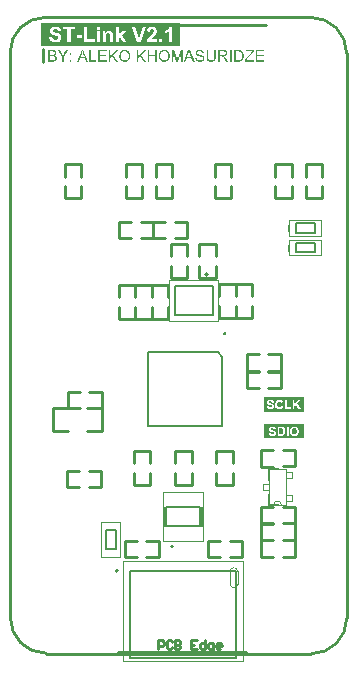
<source format=gto>
G04*
G04 #@! TF.GenerationSoftware,Altium Limited,Altium Designer,20.0.12 (288)*
G04*
G04 Layer_Color=65535*
%FSLAX44Y44*%
%MOMM*%
G71*
G01*
G75*
%ADD10C,0.2000*%
%ADD11C,0.2540*%
%ADD12C,0.1270*%
%ADD13C,0.1524*%
%ADD14C,0.0000*%
%ADD15C,0.0500*%
G36*
X1488500Y631640D02*
X1455000D01*
Y643610D01*
X1488500D01*
Y631640D01*
D02*
G37*
G36*
X1383750Y964000D02*
X1266500D01*
Y983295D01*
X1383750D01*
Y964000D01*
D02*
G37*
G36*
X1488500Y654390D02*
X1455000D01*
Y666360D01*
X1488500D01*
Y654390D01*
D02*
G37*
G36*
X1400956Y960579D02*
X1401054D01*
X1401322Y960551D01*
X1401618Y960509D01*
X1401928Y960438D01*
X1402267Y960354D01*
X1402577Y960241D01*
X1402591D01*
X1402619Y960227D01*
X1402661Y960199D01*
X1402718Y960171D01*
X1402859Y960100D01*
X1403042Y959973D01*
X1403253Y959832D01*
X1403465Y959649D01*
X1403662Y959437D01*
X1403846Y959198D01*
Y959184D01*
X1403860Y959170D01*
X1403888Y959127D01*
X1403916Y959085D01*
X1403987Y958944D01*
X1404071Y958761D01*
X1404170Y958535D01*
X1404240Y958268D01*
X1404311Y957986D01*
X1404339Y957675D01*
X1403098Y957577D01*
Y957591D01*
Y957619D01*
X1403084Y957661D01*
X1403070Y957732D01*
X1403028Y957887D01*
X1402971Y958098D01*
X1402887Y958324D01*
X1402760Y958549D01*
X1402605Y958761D01*
X1402408Y958958D01*
X1402379Y958972D01*
X1402309Y959029D01*
X1402168Y959113D01*
X1401985Y959198D01*
X1401745Y959283D01*
X1401463Y959367D01*
X1401111Y959423D01*
X1400716Y959437D01*
X1400519D01*
X1400434Y959423D01*
X1400321Y959409D01*
X1400067Y959381D01*
X1399786Y959325D01*
X1399504Y959254D01*
X1399236Y959141D01*
X1399123Y959071D01*
X1399010Y959000D01*
X1398982Y958986D01*
X1398926Y958930D01*
X1398841Y958831D01*
X1398757Y958719D01*
X1398658Y958564D01*
X1398573Y958394D01*
X1398517Y958197D01*
X1398489Y957971D01*
Y957943D01*
Y957887D01*
X1398503Y957788D01*
X1398531Y957675D01*
X1398573Y957534D01*
X1398644Y957393D01*
X1398728Y957253D01*
X1398855Y957112D01*
X1398869Y957097D01*
X1398940Y957055D01*
X1398996Y957013D01*
X1399052Y956985D01*
X1399137Y956942D01*
X1399236Y956886D01*
X1399363Y956844D01*
X1399504Y956787D01*
X1399659Y956731D01*
X1399842Y956660D01*
X1400039Y956604D01*
X1400265Y956534D01*
X1400519Y956477D01*
X1400801Y956407D01*
X1400815D01*
X1400871Y956393D01*
X1400956Y956378D01*
X1401054Y956350D01*
X1401181Y956322D01*
X1401336Y956280D01*
X1401491Y956237D01*
X1401660Y956195D01*
X1402027Y956096D01*
X1402379Y955998D01*
X1402549Y955941D01*
X1402704Y955885D01*
X1402845Y955843D01*
X1402957Y955786D01*
X1402971D01*
X1403000Y955772D01*
X1403042Y955744D01*
X1403098Y955716D01*
X1403253Y955631D01*
X1403437Y955519D01*
X1403648Y955363D01*
X1403860Y955194D01*
X1404057Y954997D01*
X1404226Y954786D01*
X1404240Y954757D01*
X1404297Y954687D01*
X1404353Y954560D01*
X1404438Y954391D01*
X1404508Y954193D01*
X1404579Y953954D01*
X1404621Y953686D01*
X1404635Y953404D01*
Y953390D01*
Y953376D01*
Y953334D01*
Y953277D01*
X1404607Y953122D01*
X1404579Y952925D01*
X1404522Y952699D01*
X1404452Y952459D01*
X1404339Y952206D01*
X1404184Y951938D01*
Y951924D01*
X1404170Y951910D01*
X1404099Y951825D01*
X1404001Y951698D01*
X1403860Y951557D01*
X1403676Y951388D01*
X1403451Y951205D01*
X1403197Y951036D01*
X1402901Y950881D01*
X1402887D01*
X1402859Y950867D01*
X1402816Y950853D01*
X1402760Y950824D01*
X1402675Y950796D01*
X1402577Y950754D01*
X1402351Y950697D01*
X1402083Y950627D01*
X1401759Y950556D01*
X1401407Y950514D01*
X1401026Y950500D01*
X1400801D01*
X1400688Y950514D01*
X1400561D01*
X1400420Y950528D01*
X1400251Y950542D01*
X1399898Y950599D01*
X1399532Y950655D01*
X1399165Y950754D01*
X1398813Y950881D01*
X1398799D01*
X1398771Y950895D01*
X1398728Y950923D01*
X1398672Y950951D01*
X1398503Y951036D01*
X1398305Y951163D01*
X1398080Y951332D01*
X1397840Y951529D01*
X1397615Y951769D01*
X1397403Y952037D01*
Y952051D01*
X1397375Y952079D01*
X1397361Y952121D01*
X1397319Y952178D01*
X1397290Y952248D01*
X1397248Y952333D01*
X1397149Y952544D01*
X1397051Y952812D01*
X1396966Y953108D01*
X1396910Y953446D01*
X1396882Y953799D01*
X1398094Y953912D01*
Y953897D01*
Y953883D01*
X1398108Y953841D01*
Y953785D01*
X1398136Y953658D01*
X1398179Y953475D01*
X1398235Y953291D01*
X1398291Y953080D01*
X1398390Y952882D01*
X1398489Y952699D01*
X1398503Y952685D01*
X1398545Y952629D01*
X1398616Y952530D01*
X1398728Y952431D01*
X1398869Y952304D01*
X1399024Y952178D01*
X1399236Y952051D01*
X1399461Y951938D01*
X1399475D01*
X1399489Y951924D01*
X1399532Y951910D01*
X1399574Y951896D01*
X1399715Y951853D01*
X1399898Y951797D01*
X1400124Y951741D01*
X1400378Y951698D01*
X1400660Y951670D01*
X1400970Y951656D01*
X1401097D01*
X1401238Y951670D01*
X1401407Y951684D01*
X1401604Y951712D01*
X1401830Y951741D01*
X1402055Y951797D01*
X1402267Y951867D01*
X1402295Y951881D01*
X1402365Y951910D01*
X1402464Y951966D01*
X1402591Y952022D01*
X1402718Y952121D01*
X1402859Y952220D01*
X1403000Y952333D01*
X1403112Y952474D01*
X1403127Y952488D01*
X1403155Y952544D01*
X1403197Y952615D01*
X1403253Y952727D01*
X1403310Y952840D01*
X1403352Y952981D01*
X1403380Y953136D01*
X1403394Y953305D01*
Y953319D01*
Y953390D01*
X1403380Y953475D01*
X1403366Y953587D01*
X1403324Y953700D01*
X1403282Y953841D01*
X1403211Y953982D01*
X1403112Y954109D01*
X1403098Y954123D01*
X1403056Y954165D01*
X1403000Y954222D01*
X1402901Y954306D01*
X1402788Y954391D01*
X1402633Y954490D01*
X1402450Y954588D01*
X1402238Y954673D01*
X1402224Y954687D01*
X1402154Y954701D01*
X1402041Y954743D01*
X1401971Y954757D01*
X1401872Y954786D01*
X1401773Y954828D01*
X1401646Y954856D01*
X1401505Y954898D01*
X1401336Y954941D01*
X1401167Y954983D01*
X1400970Y955039D01*
X1400744Y955096D01*
X1400504Y955152D01*
X1400490D01*
X1400448Y955166D01*
X1400378Y955180D01*
X1400293Y955208D01*
X1400180Y955237D01*
X1400053Y955265D01*
X1399772Y955349D01*
X1399461Y955448D01*
X1399137Y955547D01*
X1398855Y955645D01*
X1398728Y955702D01*
X1398616Y955758D01*
X1398601D01*
X1398587Y955772D01*
X1398503Y955829D01*
X1398376Y955899D01*
X1398235Y956012D01*
X1398066Y956139D01*
X1397897Y956294D01*
X1397727Y956477D01*
X1397586Y956674D01*
X1397572Y956703D01*
X1397530Y956773D01*
X1397474Y956886D01*
X1397417Y957027D01*
X1397361Y957210D01*
X1397305Y957422D01*
X1397262Y957647D01*
X1397248Y957887D01*
Y957901D01*
Y957915D01*
Y957957D01*
Y958014D01*
X1397276Y958155D01*
X1397305Y958338D01*
X1397347Y958549D01*
X1397417Y958789D01*
X1397516Y959029D01*
X1397657Y959268D01*
Y959283D01*
X1397671Y959297D01*
X1397742Y959381D01*
X1397840Y959494D01*
X1397967Y959635D01*
X1398136Y959790D01*
X1398348Y959959D01*
X1398601Y960114D01*
X1398883Y960255D01*
X1398898D01*
X1398926Y960269D01*
X1398968Y960283D01*
X1399024Y960312D01*
X1399095Y960340D01*
X1399194Y960368D01*
X1399405Y960424D01*
X1399673Y960481D01*
X1399983Y960537D01*
X1400307Y960579D01*
X1400674Y960593D01*
X1400857D01*
X1400956Y960579D01*
D02*
G37*
G36*
X1364106Y950669D02*
X1362809D01*
Y955265D01*
X1357762D01*
Y950669D01*
X1356465D01*
Y960424D01*
X1357762D01*
Y956421D01*
X1362809D01*
Y960424D01*
X1364106D01*
Y950669D01*
D02*
G37*
G36*
X1292028Y956378D02*
X1290661D01*
Y957746D01*
X1292028D01*
Y956378D01*
D02*
G37*
G36*
X1285431Y954800D02*
Y950669D01*
X1284134D01*
Y954800D01*
X1280370Y960424D01*
X1281935D01*
X1283852Y957464D01*
Y957450D01*
X1283880Y957422D01*
X1283908Y957379D01*
X1283936Y957323D01*
X1283993Y957253D01*
X1284049Y957168D01*
X1284176Y956956D01*
X1284331Y956703D01*
X1284500Y956421D01*
X1284684Y956125D01*
X1284853Y955815D01*
Y955829D01*
X1284867Y955857D01*
X1284895Y955899D01*
X1284937Y955956D01*
X1284980Y956026D01*
X1285036Y956111D01*
X1285163Y956322D01*
X1285318Y956576D01*
X1285501Y956872D01*
X1285713Y957196D01*
X1285938Y957549D01*
X1287813Y960424D01*
X1289321D01*
X1285431Y954800D01*
D02*
G37*
G36*
X1351066Y956463D02*
X1355338Y950669D01*
X1353632D01*
X1350164Y955589D01*
X1348571Y954053D01*
Y950669D01*
X1347274D01*
Y960424D01*
X1348571D01*
Y955575D01*
X1353392Y960424D01*
X1355155D01*
X1351066Y956463D01*
D02*
G37*
G36*
X1327581Y956463D02*
X1331852Y950669D01*
X1330146D01*
X1326678Y955589D01*
X1325086Y954052D01*
Y950669D01*
X1323789D01*
Y960424D01*
X1325086D01*
Y955575D01*
X1329907Y960424D01*
X1331669D01*
X1327581Y956463D01*
D02*
G37*
G36*
X1386126Y950669D02*
X1384885D01*
Y958831D01*
X1382037Y950669D01*
X1380882D01*
X1378062Y958972D01*
Y950669D01*
X1376822D01*
Y960424D01*
X1378753D01*
X1381065Y953503D01*
Y953489D01*
X1381079Y953460D01*
X1381093Y953418D01*
X1381121Y953348D01*
X1381178Y953178D01*
X1381248Y952967D01*
X1381319Y952727D01*
X1381403Y952488D01*
X1381474Y952262D01*
X1381530Y952065D01*
X1381544Y952093D01*
X1381558Y952163D01*
X1381600Y952290D01*
X1381657Y952459D01*
X1381727Y952685D01*
X1381826Y952953D01*
X1381925Y953263D01*
X1382052Y953630D01*
X1384392Y960424D01*
X1386126D01*
Y950669D01*
D02*
G37*
G36*
X1414094Y954786D02*
Y954771D01*
Y954715D01*
Y954644D01*
Y954546D01*
X1414080Y954419D01*
Y954278D01*
X1414066Y954109D01*
X1414052Y953940D01*
X1414009Y953559D01*
X1413953Y953164D01*
X1413869Y952784D01*
X1413812Y952600D01*
X1413756Y952431D01*
Y952417D01*
X1413742Y952389D01*
X1413713Y952347D01*
X1413685Y952290D01*
X1413601Y952135D01*
X1413474Y951938D01*
X1413305Y951712D01*
X1413107Y951487D01*
X1412854Y951247D01*
X1412543Y951036D01*
X1412529D01*
X1412501Y951008D01*
X1412459Y950993D01*
X1412388Y950951D01*
X1412304Y950909D01*
X1412191Y950867D01*
X1412078Y950824D01*
X1411937Y950768D01*
X1411782Y950712D01*
X1411613Y950669D01*
X1411430Y950627D01*
X1411218Y950585D01*
X1411007Y950556D01*
X1410781Y950528D01*
X1410274Y950500D01*
X1410147D01*
X1410048Y950514D01*
X1409935D01*
X1409794Y950528D01*
X1409639Y950542D01*
X1409484Y950556D01*
X1409132Y950613D01*
X1408751Y950697D01*
X1408385Y950810D01*
X1408032Y950965D01*
X1408018D01*
X1407990Y950993D01*
X1407948Y951022D01*
X1407891Y951050D01*
X1407736Y951163D01*
X1407553Y951318D01*
X1407342Y951515D01*
X1407144Y951741D01*
X1406947Y952022D01*
X1406792Y952333D01*
Y952347D01*
X1406778Y952375D01*
X1406764Y952431D01*
X1406735Y952502D01*
X1406707Y952586D01*
X1406679Y952699D01*
X1406637Y952826D01*
X1406608Y952981D01*
X1406580Y953150D01*
X1406538Y953334D01*
X1406510Y953531D01*
X1406482Y953742D01*
X1406453Y953982D01*
X1406439Y954236D01*
X1406425Y954504D01*
Y954786D01*
Y960424D01*
X1407722D01*
Y954786D01*
Y954771D01*
Y954729D01*
Y954659D01*
Y954574D01*
X1407736Y954475D01*
Y954349D01*
X1407750Y954081D01*
X1407779Y953771D01*
X1407821Y953460D01*
X1407877Y953164D01*
X1407905Y953037D01*
X1407948Y952911D01*
X1407962Y952882D01*
X1407990Y952812D01*
X1408060Y952713D01*
X1408145Y952572D01*
X1408244Y952431D01*
X1408385Y952276D01*
X1408554Y952121D01*
X1408751Y951994D01*
X1408779Y951980D01*
X1408850Y951938D01*
X1408977Y951896D01*
X1409146Y951839D01*
X1409343Y951769D01*
X1409597Y951727D01*
X1409865Y951684D01*
X1410161Y951670D01*
X1410302D01*
X1410387Y951684D01*
X1410513D01*
X1410640Y951698D01*
X1410950Y951755D01*
X1411289Y951825D01*
X1411613Y951938D01*
X1411923Y952093D01*
X1412064Y952192D01*
X1412191Y952304D01*
X1412205Y952318D01*
X1412219Y952333D01*
X1412247Y952375D01*
X1412290Y952431D01*
X1412332Y952516D01*
X1412388Y952600D01*
X1412445Y952727D01*
X1412501Y952854D01*
X1412557Y953009D01*
X1412600Y953193D01*
X1412656Y953404D01*
X1412698Y953630D01*
X1412741Y953883D01*
X1412769Y954151D01*
X1412797Y954461D01*
Y954786D01*
Y960424D01*
X1414094D01*
Y954786D01*
D02*
G37*
G36*
X1455130Y959268D02*
X1449365D01*
Y956294D01*
X1454764D01*
Y955138D01*
X1449365D01*
Y951825D01*
X1455356D01*
Y950669D01*
X1448068D01*
Y960424D01*
X1455130D01*
Y959268D01*
D02*
G37*
G36*
X1446503D02*
X1440991Y952516D01*
X1440413Y951825D01*
X1446658D01*
Y950669D01*
X1438933D01*
Y951867D01*
X1443937Y958098D01*
Y958112D01*
X1443966Y958127D01*
X1444036Y958211D01*
X1444135Y958338D01*
X1444262Y958493D01*
X1444417Y958676D01*
X1444586Y958874D01*
X1444769Y959071D01*
X1444952Y959268D01*
X1439497D01*
Y960424D01*
X1446503D01*
Y959268D01*
D02*
G37*
G36*
X1433886Y960410D02*
X1434168Y960396D01*
X1434450Y960368D01*
X1434732Y960326D01*
X1434972Y960283D01*
X1434986D01*
X1435014Y960269D01*
X1435056D01*
X1435113Y960241D01*
X1435268Y960199D01*
X1435465Y960128D01*
X1435691Y960030D01*
X1435930Y959903D01*
X1436170Y959762D01*
X1436396Y959578D01*
X1436410Y959564D01*
X1436424Y959550D01*
X1436466Y959508D01*
X1436522Y959466D01*
X1436663Y959325D01*
X1436832Y959127D01*
X1437016Y958888D01*
X1437213Y958606D01*
X1437396Y958282D01*
X1437551Y957915D01*
Y957901D01*
X1437565Y957873D01*
X1437594Y957816D01*
X1437608Y957732D01*
X1437650Y957633D01*
X1437678Y957520D01*
X1437706Y957393D01*
X1437749Y957238D01*
X1437791Y957083D01*
X1437819Y956900D01*
X1437890Y956505D01*
X1437932Y956068D01*
X1437946Y955589D01*
Y955575D01*
Y955547D01*
Y955476D01*
Y955406D01*
X1437932Y955307D01*
Y955194D01*
X1437918Y954927D01*
X1437876Y954616D01*
X1437833Y954292D01*
X1437763Y953954D01*
X1437678Y953615D01*
Y953601D01*
X1437664Y953573D01*
X1437650Y953531D01*
X1437636Y953475D01*
X1437580Y953319D01*
X1437495Y953122D01*
X1437410Y952896D01*
X1437298Y952671D01*
X1437157Y952431D01*
X1437016Y952206D01*
X1437002Y952178D01*
X1436945Y952107D01*
X1436861Y952008D01*
X1436748Y951881D01*
X1436621Y951741D01*
X1436466Y951600D01*
X1436311Y951444D01*
X1436128Y951318D01*
X1436099Y951304D01*
X1436043Y951261D01*
X1435944Y951205D01*
X1435803Y951134D01*
X1435634Y951050D01*
X1435437Y950979D01*
X1435211Y950895D01*
X1434958Y950824D01*
X1434929D01*
X1434887Y950810D01*
X1434845Y950796D01*
X1434704Y950782D01*
X1434507Y950754D01*
X1434281Y950726D01*
X1434013Y950697D01*
X1433717Y950683D01*
X1433393Y950669D01*
X1429883D01*
Y960424D01*
X1433633D01*
X1433886Y960410D01*
D02*
G37*
G36*
X1427599Y950669D02*
X1426302D01*
Y960424D01*
X1427599D01*
Y950669D01*
D02*
G37*
G36*
X1420903Y960410D02*
X1421030D01*
X1421326Y960396D01*
X1421636Y960354D01*
X1421974Y960312D01*
X1422284Y960241D01*
X1422439Y960199D01*
X1422566Y960156D01*
X1422580D01*
X1422594Y960142D01*
X1422679Y960100D01*
X1422806Y960044D01*
X1422961Y959945D01*
X1423130Y959818D01*
X1423313Y959649D01*
X1423483Y959452D01*
X1423652Y959226D01*
Y959212D01*
X1423666Y959198D01*
X1423722Y959113D01*
X1423779Y958972D01*
X1423863Y958789D01*
X1423934Y958578D01*
X1424004Y958324D01*
X1424046Y958056D01*
X1424061Y957760D01*
Y957746D01*
Y957718D01*
Y957661D01*
X1424046Y957591D01*
Y957492D01*
X1424032Y957393D01*
X1423976Y957154D01*
X1423891Y956872D01*
X1423779Y956576D01*
X1423609Y956280D01*
X1423497Y956139D01*
X1423384Y955998D01*
X1423370Y955984D01*
X1423356Y955970D01*
X1423313Y955927D01*
X1423257Y955885D01*
X1423187Y955829D01*
X1423102Y955772D01*
X1422989Y955702D01*
X1422876Y955617D01*
X1422735Y955547D01*
X1422580Y955476D01*
X1422411Y955392D01*
X1422228Y955321D01*
X1422016Y955265D01*
X1421805Y955194D01*
X1421565Y955152D01*
X1421312Y955110D01*
X1421340Y955096D01*
X1421396Y955068D01*
X1421481Y955011D01*
X1421594Y954955D01*
X1421847Y954800D01*
X1421974Y954701D01*
X1422087Y954616D01*
X1422115Y954588D01*
X1422186Y954518D01*
X1422298Y954405D01*
X1422439Y954264D01*
X1422594Y954067D01*
X1422778Y953855D01*
X1422961Y953601D01*
X1423158Y953319D01*
X1424836Y950669D01*
X1423229D01*
X1421946Y952699D01*
Y952713D01*
X1421918Y952741D01*
X1421890Y952784D01*
X1421847Y952840D01*
X1421749Y952995D01*
X1421622Y953193D01*
X1421467Y953404D01*
X1421312Y953630D01*
X1421157Y953841D01*
X1421016Y954038D01*
X1421002Y954053D01*
X1420959Y954109D01*
X1420889Y954193D01*
X1420790Y954292D01*
X1420579Y954504D01*
X1420466Y954602D01*
X1420353Y954687D01*
X1420339Y954701D01*
X1420311Y954715D01*
X1420254Y954743D01*
X1420170Y954786D01*
X1420085Y954828D01*
X1419987Y954870D01*
X1419761Y954941D01*
X1419747D01*
X1419719Y954955D01*
X1419662D01*
X1419592Y954969D01*
X1419493Y954983D01*
X1419380D01*
X1419225Y954997D01*
X1417562D01*
Y950669D01*
X1416265D01*
Y960424D01*
X1420790D01*
X1420903Y960410D01*
D02*
G37*
G36*
X1396275Y950669D02*
X1394809D01*
X1393667Y953630D01*
X1389579D01*
X1388522Y950669D01*
X1387155D01*
X1390876Y960424D01*
X1392286D01*
X1396275Y950669D01*
D02*
G37*
G36*
X1321829Y959268D02*
X1316064D01*
Y956294D01*
X1321463D01*
Y955138D01*
X1316064D01*
Y951825D01*
X1322055D01*
Y950669D01*
X1314767D01*
Y960424D01*
X1321829D01*
Y959268D01*
D02*
G37*
G36*
X1308409Y951825D02*
X1313216D01*
Y950669D01*
X1307112D01*
Y960424D01*
X1308409D01*
Y951825D01*
D02*
G37*
G36*
X1306125Y950669D02*
X1304659D01*
X1303517Y953630D01*
X1299429D01*
X1298372Y950669D01*
X1297004D01*
X1300726Y960424D01*
X1302136D01*
X1306125Y950669D01*
D02*
G37*
G36*
X1292028D02*
X1290661D01*
Y952037D01*
X1292028D01*
Y950669D01*
D02*
G37*
G36*
X1276183Y960410D02*
X1276296D01*
X1276550Y960382D01*
X1276832Y960354D01*
X1277128Y960297D01*
X1277424Y960227D01*
X1277691Y960128D01*
X1277706D01*
X1277720Y960114D01*
X1277804Y960072D01*
X1277931Y960001D01*
X1278072Y959903D01*
X1278241Y959776D01*
X1278425Y959621D01*
X1278594Y959423D01*
X1278749Y959212D01*
X1278763Y959184D01*
X1278805Y959099D01*
X1278876Y958986D01*
X1278946Y958817D01*
X1279017Y958620D01*
X1279087Y958408D01*
X1279129Y958169D01*
X1279143Y957929D01*
Y957901D01*
Y957830D01*
X1279129Y957704D01*
X1279101Y957549D01*
X1279059Y957365D01*
X1278988Y957168D01*
X1278904Y956971D01*
X1278791Y956759D01*
X1278777Y956731D01*
X1278735Y956674D01*
X1278650Y956562D01*
X1278537Y956449D01*
X1278396Y956308D01*
X1278227Y956153D01*
X1278016Y956012D01*
X1277776Y955871D01*
X1277790D01*
X1277818Y955857D01*
X1277861Y955843D01*
X1277917Y955815D01*
X1278086Y955758D01*
X1278283Y955659D01*
X1278495Y955533D01*
X1278735Y955378D01*
X1278946Y955194D01*
X1279143Y954969D01*
X1279157Y954941D01*
X1279214Y954856D01*
X1279298Y954729D01*
X1279383Y954560D01*
X1279468Y954334D01*
X1279552Y954095D01*
X1279609Y953813D01*
X1279623Y953503D01*
Y953489D01*
Y953475D01*
Y953390D01*
X1279609Y953249D01*
X1279580Y953080D01*
X1279552Y952882D01*
X1279496Y952671D01*
X1279425Y952445D01*
X1279327Y952220D01*
X1279313Y952192D01*
X1279270Y952121D01*
X1279214Y952022D01*
X1279129Y951881D01*
X1279017Y951740D01*
X1278904Y951585D01*
X1278763Y951430D01*
X1278608Y951303D01*
X1278594Y951289D01*
X1278537Y951247D01*
X1278439Y951191D01*
X1278312Y951134D01*
X1278157Y951050D01*
X1277973Y950965D01*
X1277776Y950895D01*
X1277536Y950824D01*
X1277508D01*
X1277424Y950796D01*
X1277283Y950782D01*
X1277099Y950754D01*
X1276874Y950726D01*
X1276606Y950697D01*
X1276310Y950683D01*
X1275972Y950669D01*
X1272250D01*
Y960424D01*
X1276084D01*
X1276183Y960410D01*
D02*
G37*
G36*
X1370760Y960579D02*
X1370887D01*
X1371014Y960565D01*
X1371183Y960537D01*
X1371352Y960509D01*
X1371718Y960438D01*
X1372141Y960326D01*
X1372550Y960156D01*
X1372762Y960058D01*
X1372973Y959945D01*
X1372987Y959931D01*
X1373015Y959917D01*
X1373072Y959874D01*
X1373156Y959832D01*
X1373241Y959762D01*
X1373354Y959677D01*
X1373593Y959480D01*
X1373847Y959226D01*
X1374129Y958916D01*
X1374397Y958549D01*
X1374622Y958141D01*
Y958127D01*
X1374651Y958084D01*
X1374679Y958028D01*
X1374707Y957943D01*
X1374763Y957831D01*
X1374806Y957704D01*
X1374862Y957549D01*
X1374919Y957379D01*
X1374961Y957196D01*
X1375017Y956999D01*
X1375074Y956773D01*
X1375116Y956548D01*
X1375172Y956054D01*
X1375200Y955519D01*
Y955505D01*
Y955448D01*
Y955378D01*
X1375186Y955265D01*
Y955138D01*
X1375172Y954983D01*
X1375144Y954814D01*
X1375130Y954631D01*
X1375059Y954222D01*
X1374947Y953771D01*
X1374792Y953319D01*
X1374707Y953094D01*
X1374594Y952868D01*
Y952854D01*
X1374566Y952812D01*
X1374538Y952756D01*
X1374482Y952671D01*
X1374425Y952572D01*
X1374355Y952474D01*
X1374157Y952206D01*
X1373918Y951924D01*
X1373636Y951628D01*
X1373297Y951346D01*
X1372903Y951092D01*
X1372888D01*
X1372860Y951064D01*
X1372790Y951036D01*
X1372705Y950993D01*
X1372607Y950951D01*
X1372494Y950909D01*
X1372353Y950853D01*
X1372198Y950796D01*
X1372029Y950740D01*
X1371845Y950683D01*
X1371436Y950599D01*
X1370999Y950528D01*
X1370534Y950500D01*
X1370393D01*
X1370309Y950514D01*
X1370182D01*
X1370041Y950542D01*
X1369886Y950556D01*
X1369703Y950585D01*
X1369322Y950669D01*
X1368913Y950782D01*
X1368490Y950951D01*
X1368279Y951050D01*
X1368067Y951163D01*
X1368053Y951177D01*
X1368025Y951191D01*
X1367969Y951233D01*
X1367884Y951290D01*
X1367800Y951346D01*
X1367701Y951430D01*
X1367461Y951642D01*
X1367193Y951896D01*
X1366911Y952206D01*
X1366658Y952558D01*
X1366418Y952967D01*
Y952981D01*
X1366390Y953023D01*
X1366362Y953080D01*
X1366333Y953164D01*
X1366291Y953277D01*
X1366249Y953404D01*
X1366192Y953545D01*
X1366150Y953700D01*
X1366094Y953883D01*
X1366037Y954067D01*
X1365953Y954490D01*
X1365896Y954927D01*
X1365868Y955406D01*
Y955420D01*
Y955434D01*
Y955519D01*
X1365882Y955645D01*
Y955815D01*
X1365910Y956012D01*
X1365939Y956252D01*
X1365981Y956519D01*
X1366037Y956801D01*
X1366094Y957097D01*
X1366178Y957408D01*
X1366291Y957718D01*
X1366418Y958042D01*
X1366559Y958352D01*
X1366742Y958662D01*
X1366940Y958944D01*
X1367165Y959212D01*
X1367179Y959226D01*
X1367222Y959268D01*
X1367306Y959339D01*
X1367405Y959423D01*
X1367532Y959536D01*
X1367687Y959649D01*
X1367870Y959776D01*
X1368081Y959903D01*
X1368307Y960030D01*
X1368561Y960156D01*
X1368843Y960269D01*
X1369139Y960382D01*
X1369463Y960467D01*
X1369801Y960537D01*
X1370154Y960579D01*
X1370534Y960593D01*
X1370661D01*
X1370760Y960579D01*
D02*
G37*
G36*
X1337435Y960579D02*
X1337561D01*
X1337688Y960565D01*
X1337857Y960537D01*
X1338027Y960509D01*
X1338393Y960438D01*
X1338816Y960326D01*
X1339225Y960156D01*
X1339436Y960058D01*
X1339648Y959945D01*
X1339662Y959931D01*
X1339690Y959917D01*
X1339746Y959874D01*
X1339831Y959832D01*
X1339916Y959762D01*
X1340028Y959677D01*
X1340268Y959480D01*
X1340522Y959226D01*
X1340804Y958916D01*
X1341072Y958549D01*
X1341297Y958141D01*
Y958127D01*
X1341325Y958084D01*
X1341353Y958028D01*
X1341382Y957943D01*
X1341438Y957830D01*
X1341480Y957704D01*
X1341537Y957549D01*
X1341593Y957379D01*
X1341635Y957196D01*
X1341692Y956999D01*
X1341748Y956773D01*
X1341790Y956548D01*
X1341847Y956054D01*
X1341875Y955518D01*
Y955504D01*
Y955448D01*
Y955378D01*
X1341861Y955265D01*
Y955138D01*
X1341847Y954983D01*
X1341819Y954814D01*
X1341805Y954630D01*
X1341734Y954222D01*
X1341621Y953771D01*
X1341466Y953319D01*
X1341382Y953094D01*
X1341269Y952868D01*
Y952854D01*
X1341241Y952812D01*
X1341212Y952756D01*
X1341156Y952671D01*
X1341100Y952572D01*
X1341029Y952474D01*
X1340832Y952206D01*
X1340592Y951924D01*
X1340310Y951628D01*
X1339972Y951346D01*
X1339577Y951092D01*
X1339563D01*
X1339535Y951064D01*
X1339465Y951036D01*
X1339380Y950993D01*
X1339281Y950951D01*
X1339169Y950909D01*
X1339028Y950852D01*
X1338872Y950796D01*
X1338703Y950740D01*
X1338520Y950683D01*
X1338111Y950599D01*
X1337674Y950528D01*
X1337209Y950500D01*
X1337068D01*
X1336983Y950514D01*
X1336857D01*
X1336716Y950542D01*
X1336561Y950556D01*
X1336377Y950585D01*
X1335997Y950669D01*
X1335588Y950782D01*
X1335165Y950951D01*
X1334953Y951050D01*
X1334742Y951163D01*
X1334728Y951177D01*
X1334700Y951191D01*
X1334643Y951233D01*
X1334559Y951289D01*
X1334474Y951346D01*
X1334375Y951430D01*
X1334136Y951642D01*
X1333868Y951896D01*
X1333586Y952206D01*
X1333332Y952558D01*
X1333093Y952967D01*
Y952981D01*
X1333065Y953023D01*
X1333036Y953080D01*
X1333008Y953164D01*
X1332966Y953277D01*
X1332923Y953404D01*
X1332867Y953545D01*
X1332825Y953700D01*
X1332768Y953883D01*
X1332712Y954066D01*
X1332628Y954490D01*
X1332571Y954927D01*
X1332543Y955406D01*
Y955420D01*
Y955434D01*
Y955518D01*
X1332557Y955645D01*
Y955815D01*
X1332585Y956012D01*
X1332613Y956252D01*
X1332656Y956519D01*
X1332712Y956801D01*
X1332768Y957097D01*
X1332853Y957408D01*
X1332966Y957718D01*
X1333093Y958042D01*
X1333234Y958352D01*
X1333417Y958662D01*
X1333614Y958944D01*
X1333840Y959212D01*
X1333854Y959226D01*
X1333896Y959268D01*
X1333981Y959339D01*
X1334079Y959423D01*
X1334206Y959536D01*
X1334361Y959649D01*
X1334545Y959776D01*
X1334756Y959903D01*
X1334982Y960030D01*
X1335235Y960156D01*
X1335517Y960269D01*
X1335813Y960382D01*
X1336138Y960467D01*
X1336476Y960537D01*
X1336828Y960579D01*
X1337209Y960593D01*
X1337336D01*
X1337435Y960579D01*
D02*
G37*
%LPC*%
G36*
X1462254Y641610D02*
X1462121D01*
X1461799Y641599D01*
X1461510Y641565D01*
X1461255Y641521D01*
X1461033Y641477D01*
X1460933Y641443D01*
X1460845Y641421D01*
X1460778Y641399D01*
X1460711Y641377D01*
X1460667Y641355D01*
X1460634Y641343D01*
X1460611Y641332D01*
X1460600D01*
X1460378Y641221D01*
X1460190Y641099D01*
X1460023Y640966D01*
X1459890Y640844D01*
X1459779Y640733D01*
X1459712Y640644D01*
X1459657Y640578D01*
X1459646Y640566D01*
Y640555D01*
X1459535Y640367D01*
X1459457Y640167D01*
X1459402Y639978D01*
X1459368Y639812D01*
X1459346Y639667D01*
X1459324Y639556D01*
Y639512D01*
Y639479D01*
Y639468D01*
Y639456D01*
X1459335Y639290D01*
X1459357Y639123D01*
X1459390Y638979D01*
X1459435Y638835D01*
X1459546Y638568D01*
X1459679Y638335D01*
X1459734Y638236D01*
X1459801Y638158D01*
X1459857Y638080D01*
X1459912Y638013D01*
X1459957Y637969D01*
X1459990Y637936D01*
X1460012Y637914D01*
X1460023Y637902D01*
X1460123Y637825D01*
X1460245Y637747D01*
X1460367Y637669D01*
X1460511Y637603D01*
X1460789Y637470D01*
X1461078Y637359D01*
X1461222Y637314D01*
X1461344Y637270D01*
X1461466Y637237D01*
X1461566Y637203D01*
X1461644Y637181D01*
X1461710Y637159D01*
X1461755Y637148D01*
X1461766D01*
X1461943Y637103D01*
X1462099Y637059D01*
X1462243Y637026D01*
X1462376Y636992D01*
X1462487Y636959D01*
X1462587Y636937D01*
X1462676Y636903D01*
X1462754Y636881D01*
X1462820Y636870D01*
X1462876Y636848D01*
X1462953Y636826D01*
X1462998Y636804D01*
X1463009D01*
X1463153Y636748D01*
X1463264Y636693D01*
X1463364Y636637D01*
X1463442Y636582D01*
X1463497Y636537D01*
X1463531Y636504D01*
X1463553Y636482D01*
X1463564Y636471D01*
X1463619Y636393D01*
X1463664Y636315D01*
X1463686Y636237D01*
X1463708Y636171D01*
X1463719Y636104D01*
X1463730Y636049D01*
Y636016D01*
Y636004D01*
X1463719Y635849D01*
X1463675Y635716D01*
X1463608Y635583D01*
X1463542Y635472D01*
X1463464Y635383D01*
X1463409Y635316D01*
X1463364Y635272D01*
X1463342Y635261D01*
X1463186Y635161D01*
X1463009Y635083D01*
X1462820Y635028D01*
X1462643Y634994D01*
X1462476Y634972D01*
X1462343Y634950D01*
X1462221D01*
X1461966Y634961D01*
X1461744Y635005D01*
X1461555Y635061D01*
X1461388Y635128D01*
X1461255Y635194D01*
X1461166Y635250D01*
X1461111Y635294D01*
X1461089Y635305D01*
X1460944Y635461D01*
X1460833Y635627D01*
X1460733Y635816D01*
X1460667Y636004D01*
X1460611Y636171D01*
X1460567Y636304D01*
X1460556Y636348D01*
Y636393D01*
X1460545Y636415D01*
Y636426D01*
X1459035Y636282D01*
X1459068Y636049D01*
X1459113Y635827D01*
X1459180Y635616D01*
X1459235Y635427D01*
X1459313Y635250D01*
X1459390Y635083D01*
X1459468Y634939D01*
X1459546Y634806D01*
X1459624Y634695D01*
X1459701Y634595D01*
X1459768Y634506D01*
X1459834Y634428D01*
X1459879Y634373D01*
X1459923Y634339D01*
X1459945Y634317D01*
X1459957Y634306D01*
X1460112Y634184D01*
X1460278Y634084D01*
X1460456Y633995D01*
X1460645Y633918D01*
X1460822Y633862D01*
X1461011Y633807D01*
X1461377Y633729D01*
X1461544Y633696D01*
X1461699Y633674D01*
X1461832Y633662D01*
X1461954Y633651D01*
X1462054Y633640D01*
X1459035D01*
X1462199D01*
X1462554Y633651D01*
X1462876Y633685D01*
X1463164Y633729D01*
X1463286Y633751D01*
X1463409Y633784D01*
X1463508Y633807D01*
X1463597Y633829D01*
X1463675Y633851D01*
X1463741Y633873D01*
X1463797Y633895D01*
X1463830Y633907D01*
X1463853Y633918D01*
X1463864D01*
X1464108Y634040D01*
X1464308Y634173D01*
X1464496Y634306D01*
X1464641Y634450D01*
X1464752Y634573D01*
X1464840Y634684D01*
X1464885Y634750D01*
X1464907Y634761D01*
Y634772D01*
X1465029Y634994D01*
X1465129Y635205D01*
X1465196Y635416D01*
X1465240Y635616D01*
X1465262Y635771D01*
X1465273Y635849D01*
X1465284Y635905D01*
Y636016D01*
X1465273Y636282D01*
X1465240Y636515D01*
X1465184Y636726D01*
X1465129Y636903D01*
X1465074Y637048D01*
X1465018Y637148D01*
X1464985Y637214D01*
X1464974Y637237D01*
X1464852Y637414D01*
X1464707Y637570D01*
X1464563Y637703D01*
X1464430Y637814D01*
X1464308Y637902D01*
X1464208Y637969D01*
X1464141Y638013D01*
X1464130Y638025D01*
X1464119D01*
X1464008Y638080D01*
X1463897Y638136D01*
X1463631Y638236D01*
X1463353Y638324D01*
X1463087Y638413D01*
X1462964Y638446D01*
X1462842Y638480D01*
X1462731Y638513D01*
X1462643Y638535D01*
X1462565Y638557D01*
X1462509Y638568D01*
X1462465Y638580D01*
X1462454D01*
X1462254Y638635D01*
X1462077Y638680D01*
X1461910Y638724D01*
X1461755Y638768D01*
X1461633Y638813D01*
X1461510Y638857D01*
X1461411Y638901D01*
X1461322Y638935D01*
X1461244Y638968D01*
X1461189Y639001D01*
X1461133Y639024D01*
X1461100Y639046D01*
X1461044Y639079D01*
X1461033Y639090D01*
X1460956Y639168D01*
X1460900Y639246D01*
X1460867Y639323D01*
X1460845Y639401D01*
X1460822Y639456D01*
X1460811Y639512D01*
Y639545D01*
Y639556D01*
X1460822Y639667D01*
X1460845Y639756D01*
X1460889Y639845D01*
X1460933Y639912D01*
X1460978Y639967D01*
X1461022Y640000D01*
X1461044Y640023D01*
X1461055Y640034D01*
X1461211Y640134D01*
X1461377Y640200D01*
X1461555Y640256D01*
X1461721Y640289D01*
X1461866Y640311D01*
X1461988Y640322D01*
X1462099D01*
X1462332Y640311D01*
X1462532Y640278D01*
X1462698Y640234D01*
X1462831Y640189D01*
X1462942Y640145D01*
X1463020Y640100D01*
X1463064Y640067D01*
X1463076Y640056D01*
X1463186Y639945D01*
X1463286Y639812D01*
X1463364Y639678D01*
X1463420Y639534D01*
X1463464Y639412D01*
X1463486Y639312D01*
X1463508Y639235D01*
Y639223D01*
Y639212D01*
X1465062Y639268D01*
X1465051Y639468D01*
X1465018Y639645D01*
X1464974Y639823D01*
X1464918Y639978D01*
X1464863Y640134D01*
X1464796Y640278D01*
X1464729Y640400D01*
X1464663Y640522D01*
X1464585Y640622D01*
X1464518Y640711D01*
X1464452Y640788D01*
X1464396Y640855D01*
X1464352Y640900D01*
X1464319Y640933D01*
X1464297Y640955D01*
X1464285Y640966D01*
X1464141Y641077D01*
X1463986Y641177D01*
X1463819Y641266D01*
X1463642Y641343D01*
X1463464Y641399D01*
X1463286Y641454D01*
X1462931Y641532D01*
X1462765Y641554D01*
X1462620Y641577D01*
X1462476Y641588D01*
X1462354Y641599D01*
X1462254Y641610D01*
D02*
G37*
G36*
X1469669Y641466D02*
X1466605D01*
Y633784D01*
X1469513D01*
X1469813Y633796D01*
X1470091Y633807D01*
X1470324Y633829D01*
X1470512Y633862D01*
X1470668Y633895D01*
X1470790Y633918D01*
X1470823Y633929D01*
X1470856D01*
X1470868Y633940D01*
X1470879D01*
X1471123Y634029D01*
X1471345Y634129D01*
X1471523Y634229D01*
X1471678Y634328D01*
X1471800Y634417D01*
X1471889Y634484D01*
X1471944Y634528D01*
X1471967Y634550D01*
X1472155Y634761D01*
X1472322Y634983D01*
X1472466Y635216D01*
X1472577Y635427D01*
X1472666Y635627D01*
X1472710Y635705D01*
X1472732Y635771D01*
X1472755Y635838D01*
X1472777Y635882D01*
X1472788Y635905D01*
Y635916D01*
X1472866Y636182D01*
X1472932Y636460D01*
X1472977Y636726D01*
X1472999Y636981D01*
X1473010Y637103D01*
X1473021Y637214D01*
Y637303D01*
X1473032Y637392D01*
Y634062D01*
Y637547D01*
X1473021Y637936D01*
X1472988Y638280D01*
X1472977Y638446D01*
X1472954Y638591D01*
X1472932Y638735D01*
X1472910Y638857D01*
X1472877Y638968D01*
X1472854Y639068D01*
X1472832Y639157D01*
X1472821Y639223D01*
X1472799Y639279D01*
X1472788Y639323D01*
X1472777Y639346D01*
Y639357D01*
X1472677Y639623D01*
X1472555Y639867D01*
X1472433Y640078D01*
X1472311Y640256D01*
X1472211Y640400D01*
X1472122Y640511D01*
X1472066Y640578D01*
X1472055Y640600D01*
X1472044D01*
X1471855Y640777D01*
X1471667Y640922D01*
X1471467Y641044D01*
X1471289Y641144D01*
X1471134Y641221D01*
X1471001Y641277D01*
X1470956Y641288D01*
X1470923Y641299D01*
X1470901Y641310D01*
X1470890D01*
X1470679Y641366D01*
X1470446Y641399D01*
X1470202Y641432D01*
X1469969Y641443D01*
X1469758Y641454D01*
X1469669Y641466D01*
D02*
G37*
G36*
X1475851D02*
X1474297D01*
Y633784D01*
X1475851D01*
Y641466D01*
D02*
G37*
G36*
X1484465Y641610D02*
X1480724D01*
X1480391Y641599D01*
X1480069Y641565D01*
X1479792Y641510D01*
X1479548Y641454D01*
X1479448Y641421D01*
X1479348Y641399D01*
X1479270Y641377D01*
X1479203Y641343D01*
X1479148Y641332D01*
X1479104Y641310D01*
X1479081Y641299D01*
X1479070D01*
X1478871Y641210D01*
X1478682Y641099D01*
X1478515Y640977D01*
X1478371Y640866D01*
X1478249Y640766D01*
X1478149Y640677D01*
X1478094Y640622D01*
X1478082Y640611D01*
X1478071Y640600D01*
X1477916Y640422D01*
X1477772Y640234D01*
X1477650Y640067D01*
X1477550Y639901D01*
X1477472Y639756D01*
X1477405Y639645D01*
X1477394Y639601D01*
X1477372Y639567D01*
X1477361Y639556D01*
Y639545D01*
X1477250Y639235D01*
X1477161Y638901D01*
X1477106Y638568D01*
X1477061Y638258D01*
X1477050Y638113D01*
X1477039Y637980D01*
X1477028Y637869D01*
Y637769D01*
X1477017Y637681D01*
Y637570D01*
X1477028Y637237D01*
X1477061Y636915D01*
X1477106Y636615D01*
X1477172Y636337D01*
X1477250Y636082D01*
X1477339Y635849D01*
X1477428Y635627D01*
X1477527Y635438D01*
X1477616Y635261D01*
X1477705Y635117D01*
X1477794Y634983D01*
X1477872Y634872D01*
X1477938Y634795D01*
X1477983Y634728D01*
X1478016Y634695D01*
X1478027Y634684D01*
X1478227Y634495D01*
X1478438Y634339D01*
X1478649Y634195D01*
X1478882Y634084D01*
X1479104Y633984D01*
X1479337Y633895D01*
X1479548Y633829D01*
X1479770Y633773D01*
X1479969Y633729D01*
X1480158Y633696D01*
X1480325Y633674D01*
X1480469Y633662D01*
X1480580Y633651D01*
X1480669Y633640D01*
X1477017D01*
X1484465D01*
X1480746D01*
X1481057Y633651D01*
X1481346Y633685D01*
X1481623Y633740D01*
X1481879Y633807D01*
X1482123Y633884D01*
X1482345Y633973D01*
X1482545Y634062D01*
X1482733Y634162D01*
X1482889Y634262D01*
X1483033Y634351D01*
X1483155Y634439D01*
X1483255Y634517D01*
X1483344Y634584D01*
X1483399Y634639D01*
X1483433Y634673D01*
X1483444Y634684D01*
X1483621Y634894D01*
X1483777Y635117D01*
X1483921Y635350D01*
X1484032Y635583D01*
X1484132Y635827D01*
X1484221Y636071D01*
X1484287Y636315D01*
X1484343Y636548D01*
X1484376Y636759D01*
X1484409Y636970D01*
X1484431Y637148D01*
X1484454Y637303D01*
Y637436D01*
X1484465Y637536D01*
Y637614D01*
X1484454Y637958D01*
X1484420Y638280D01*
X1484376Y638580D01*
X1484310Y638868D01*
X1484232Y639123D01*
X1484143Y639368D01*
X1484054Y639590D01*
X1483954Y639778D01*
X1483854Y639956D01*
X1483766Y640111D01*
X1483677Y640245D01*
X1483599Y640356D01*
X1483544Y640433D01*
X1483488Y640500D01*
X1483455Y640533D01*
X1483444Y640544D01*
X1483244Y640733D01*
X1483033Y640900D01*
X1482811Y641044D01*
X1482589Y641166D01*
X1482356Y641266D01*
X1482134Y641355D01*
X1481912Y641421D01*
X1481701Y641477D01*
X1481501Y641521D01*
X1481313Y641554D01*
X1481146Y641577D01*
X1481002Y641599D01*
X1480891D01*
X1480802Y641610D01*
X1484465D01*
D02*
G37*
%LPD*%
G36*
X1469314Y640156D02*
X1469447D01*
X1469558Y640145D01*
X1469658D01*
X1469758Y640134D01*
X1469835D01*
X1469957Y640111D01*
X1470046Y640100D01*
X1470102Y640089D01*
X1470113D01*
X1470268Y640045D01*
X1470401Y639989D01*
X1470524Y639934D01*
X1470634Y639867D01*
X1470712Y639812D01*
X1470779Y639767D01*
X1470812Y639734D01*
X1470823Y639723D01*
X1470923Y639612D01*
X1471012Y639490D01*
X1471090Y639368D01*
X1471156Y639257D01*
X1471201Y639146D01*
X1471234Y639057D01*
X1471256Y639001D01*
X1471267Y638990D01*
Y638979D01*
X1471323Y638779D01*
X1471367Y638568D01*
X1471389Y638335D01*
X1471411Y638113D01*
X1471423Y637925D01*
X1471434Y637836D01*
Y637758D01*
Y637703D01*
Y637658D01*
Y637625D01*
Y637614D01*
X1471423Y637303D01*
X1471411Y637015D01*
X1471378Y636781D01*
X1471356Y636582D01*
X1471323Y636415D01*
X1471312Y636348D01*
X1471289Y636304D01*
X1471278Y636260D01*
Y636226D01*
X1471267Y636215D01*
Y636204D01*
X1471201Y636027D01*
X1471145Y635871D01*
X1471067Y635749D01*
X1471012Y635649D01*
X1470956Y635572D01*
X1470912Y635516D01*
X1470879Y635483D01*
X1470868Y635472D01*
X1470768Y635394D01*
X1470668Y635327D01*
X1470568Y635272D01*
X1470468Y635228D01*
X1470379Y635194D01*
X1470313Y635172D01*
X1470268Y635150D01*
X1470246D01*
X1470124Y635128D01*
X1469980Y635117D01*
X1469824Y635094D01*
X1469669D01*
X1469525Y635083D01*
X1468159D01*
Y640167D01*
X1469169D01*
X1469314Y640156D01*
D02*
G37*
G36*
X1480924Y640278D02*
X1481091Y640256D01*
X1481246Y640234D01*
X1481390Y640189D01*
X1481646Y640078D01*
X1481768Y640023D01*
X1481868Y639967D01*
X1481967Y639901D01*
X1482045Y639845D01*
X1482112Y639790D01*
X1482178Y639734D01*
X1482223Y639690D01*
X1482256Y639667D01*
X1482267Y639645D01*
X1482278Y639634D01*
X1482378Y639501D01*
X1482478Y639357D01*
X1482556Y639212D01*
X1482622Y639046D01*
X1482722Y638713D01*
X1482789Y638391D01*
X1482822Y638247D01*
X1482833Y638102D01*
X1482844Y637980D01*
X1482855Y637869D01*
X1482867Y637769D01*
Y637703D01*
Y637658D01*
Y637647D01*
X1482855Y637403D01*
X1482844Y637170D01*
X1482811Y636959D01*
X1482778Y636770D01*
X1482733Y636582D01*
X1482678Y636415D01*
X1482622Y636271D01*
X1482567Y636138D01*
X1482511Y636016D01*
X1482456Y635916D01*
X1482411Y635827D01*
X1482356Y635749D01*
X1482323Y635694D01*
X1482289Y635660D01*
X1482278Y635638D01*
X1482267Y635627D01*
X1482156Y635505D01*
X1482034Y635405D01*
X1481901Y635316D01*
X1481779Y635239D01*
X1481646Y635183D01*
X1481523Y635128D01*
X1481279Y635050D01*
X1481068Y634994D01*
X1480979Y634983D01*
X1480902Y634972D01*
X1480835Y634961D01*
X1480746D01*
X1480580Y634972D01*
X1480413Y634994D01*
X1480258Y635028D01*
X1480114Y635072D01*
X1479847Y635172D01*
X1479636Y635305D01*
X1479536Y635361D01*
X1479459Y635427D01*
X1479381Y635483D01*
X1479326Y635538D01*
X1479281Y635572D01*
X1479248Y635605D01*
X1479226Y635627D01*
X1479215Y635638D01*
X1479115Y635771D01*
X1479015Y635916D01*
X1478937Y636071D01*
X1478871Y636237D01*
X1478760Y636559D01*
X1478693Y636881D01*
X1478671Y637037D01*
X1478649Y637170D01*
X1478638Y637303D01*
X1478626Y637414D01*
X1478615Y637503D01*
Y637570D01*
Y637614D01*
Y637625D01*
X1478626Y637869D01*
X1478638Y638091D01*
X1478671Y638302D01*
X1478704Y638502D01*
X1478748Y638680D01*
X1478793Y638846D01*
X1478848Y638990D01*
X1478904Y639123D01*
X1478959Y639246D01*
X1479015Y639346D01*
X1479059Y639423D01*
X1479104Y639501D01*
X1479137Y639556D01*
X1479170Y639590D01*
X1479181Y639612D01*
X1479192Y639623D01*
X1479303Y639745D01*
X1479426Y639845D01*
X1479559Y639934D01*
X1479681Y640012D01*
X1479814Y640078D01*
X1479947Y640123D01*
X1480191Y640211D01*
X1480413Y640256D01*
X1480502Y640267D01*
X1480591Y640278D01*
X1480658Y640289D01*
X1480746D01*
X1480924Y640278D01*
D02*
G37*
%LPC*%
G36*
X1316052Y980054D02*
X1313589D01*
Y976536D01*
Y977777D01*
X1316052D01*
Y980054D01*
D02*
G37*
G36*
X1278519Y980295D02*
X1278297D01*
X1277759Y980276D01*
X1277278Y980221D01*
X1276852Y980147D01*
X1276482Y980073D01*
X1276315Y980017D01*
X1276167Y979980D01*
X1276056Y979943D01*
X1275945Y979906D01*
X1275871Y979869D01*
X1275815Y979850D01*
X1275778Y979832D01*
X1275760D01*
X1275389Y979647D01*
X1275075Y979443D01*
X1274797Y979221D01*
X1274575Y979017D01*
X1274389Y978832D01*
X1274278Y978684D01*
X1274186Y978573D01*
X1274167Y978554D01*
Y978536D01*
X1273982Y978221D01*
X1273852Y977888D01*
X1273760Y977573D01*
X1273704Y977295D01*
X1273667Y977055D01*
X1273630Y976869D01*
Y976795D01*
Y976740D01*
Y976721D01*
Y976703D01*
X1273649Y976425D01*
X1273686Y976147D01*
X1273741Y975907D01*
X1273816Y975666D01*
X1274001Y975221D01*
X1274223Y974833D01*
X1274315Y974666D01*
X1274426Y974536D01*
X1274519Y974407D01*
X1274612Y974296D01*
X1274686Y974221D01*
X1274741Y974166D01*
X1274778Y974129D01*
X1274797Y974110D01*
X1274964Y973981D01*
X1275167Y973851D01*
X1275371Y973721D01*
X1275612Y973610D01*
X1276075Y973388D01*
X1276556Y973203D01*
X1276797Y973129D01*
X1277000Y973055D01*
X1277204Y972999D01*
X1277371Y972944D01*
X1277500Y972907D01*
X1277611Y972870D01*
X1277685Y972851D01*
X1277704D01*
X1278000Y972777D01*
X1278260Y972703D01*
X1278500Y972648D01*
X1278722Y972592D01*
X1278908Y972536D01*
X1279074Y972499D01*
X1279222Y972444D01*
X1279352Y972407D01*
X1279463Y972388D01*
X1279556Y972351D01*
X1279685Y972314D01*
X1279759Y972277D01*
X1279778D01*
X1280018Y972185D01*
X1280204Y972092D01*
X1280370Y972000D01*
X1280500Y971907D01*
X1280593Y971833D01*
X1280648Y971777D01*
X1280685Y971740D01*
X1280704Y971722D01*
X1280796Y971592D01*
X1280870Y971462D01*
X1280907Y971333D01*
X1280944Y971222D01*
X1280963Y971111D01*
X1280981Y971018D01*
Y970963D01*
Y970944D01*
X1280963Y970685D01*
X1280889Y970463D01*
X1280778Y970240D01*
X1280667Y970055D01*
X1280537Y969907D01*
X1280444Y969796D01*
X1280370Y969722D01*
X1280333Y969703D01*
X1280074Y969537D01*
X1279778Y969407D01*
X1279463Y969315D01*
X1279167Y969259D01*
X1278889Y969222D01*
X1278667Y969185D01*
X1278463D01*
X1278037Y969203D01*
X1277667Y969277D01*
X1277352Y969370D01*
X1277074Y969481D01*
X1276852Y969592D01*
X1276704Y969685D01*
X1276611Y969759D01*
X1276574Y969778D01*
X1276334Y970037D01*
X1276149Y970314D01*
X1275982Y970629D01*
X1275871Y970944D01*
X1275778Y971222D01*
X1275704Y971444D01*
X1275686Y971518D01*
Y971592D01*
X1275667Y971629D01*
Y971648D01*
X1273149Y971407D01*
X1273204Y971018D01*
X1273279Y970648D01*
X1273390Y970296D01*
X1273482Y969981D01*
X1273612Y969685D01*
X1273741Y969407D01*
X1273871Y969166D01*
X1274001Y968944D01*
X1274130Y968759D01*
X1274260Y968592D01*
X1274371Y968444D01*
X1274482Y968315D01*
X1274556Y968222D01*
X1274630Y968167D01*
X1274667Y968130D01*
X1274686Y968111D01*
X1274945Y967907D01*
X1275223Y967741D01*
X1275519Y967592D01*
X1275834Y967463D01*
X1276130Y967370D01*
X1276445Y967278D01*
X1277056Y967148D01*
X1277334Y967093D01*
X1277593Y967056D01*
X1277815Y967037D01*
X1278019Y967019D01*
X1278185Y967000D01*
X1273149D01*
X1283574D01*
Y970963D01*
X1283555Y971407D01*
X1283500Y971796D01*
X1283407Y972148D01*
X1283315Y972444D01*
X1283222Y972685D01*
X1283129Y972851D01*
X1283074Y972962D01*
X1283055Y972999D01*
X1282852Y973296D01*
X1282611Y973555D01*
X1282370Y973777D01*
X1282148Y973962D01*
X1281944Y974110D01*
X1281778Y974221D01*
X1281667Y974296D01*
X1281648Y974314D01*
X1281629D01*
X1281444Y974407D01*
X1281259Y974499D01*
X1280815Y974666D01*
X1280352Y974814D01*
X1279907Y974962D01*
X1279704Y975018D01*
X1279500Y975073D01*
X1279315Y975129D01*
X1279167Y975166D01*
X1279037Y975203D01*
X1278945Y975221D01*
X1278870Y975240D01*
X1278852D01*
X1278519Y975332D01*
X1278222Y975406D01*
X1277945Y975481D01*
X1277685Y975555D01*
X1277482Y975629D01*
X1277278Y975703D01*
X1277111Y975777D01*
X1276963Y975832D01*
X1276834Y975888D01*
X1276741Y975944D01*
X1276648Y975981D01*
X1276593Y976018D01*
X1276500Y976073D01*
X1276482Y976092D01*
X1276352Y976221D01*
X1276260Y976351D01*
X1276204Y976480D01*
X1276167Y976610D01*
X1276130Y976703D01*
X1276112Y976795D01*
Y976851D01*
Y976869D01*
X1276130Y977055D01*
X1276167Y977203D01*
X1276241Y977351D01*
X1276315Y977462D01*
X1276389Y977554D01*
X1276463Y977610D01*
X1276500Y977647D01*
X1276519Y977666D01*
X1276778Y977832D01*
X1277056Y977943D01*
X1277352Y978036D01*
X1277630Y978091D01*
X1277871Y978129D01*
X1278074Y978147D01*
X1278260D01*
X1278648Y978129D01*
X1278982Y978073D01*
X1279259Y977999D01*
X1279482Y977925D01*
X1279667Y977851D01*
X1279796Y977777D01*
X1279870Y977721D01*
X1279889Y977703D01*
X1280074Y977517D01*
X1280241Y977295D01*
X1280370Y977073D01*
X1280463Y976832D01*
X1280537Y976629D01*
X1280574Y976462D01*
X1280611Y976332D01*
Y976314D01*
Y976295D01*
X1283203Y976388D01*
X1283185Y976721D01*
X1283129Y977018D01*
X1283055Y977314D01*
X1282963Y977573D01*
X1282870Y977832D01*
X1282759Y978073D01*
X1282648Y978277D01*
X1282537Y978480D01*
X1282407Y978647D01*
X1282296Y978795D01*
X1282185Y978925D01*
X1282092Y979036D01*
X1282018Y979110D01*
X1281963Y979165D01*
X1281926Y979202D01*
X1281907Y979221D01*
X1281667Y979406D01*
X1281407Y979573D01*
X1281129Y979721D01*
X1280833Y979850D01*
X1280537Y979943D01*
X1280241Y980036D01*
X1279648Y980165D01*
X1279370Y980202D01*
X1279130Y980239D01*
X1278889Y980258D01*
X1278685Y980276D01*
X1278519Y980295D01*
D02*
G37*
G36*
X1327032Y976740D02*
X1318552D01*
X1323884D01*
X1323551Y976721D01*
X1323218Y976666D01*
X1322921Y976592D01*
X1322625Y976499D01*
X1322348Y976369D01*
X1322107Y976240D01*
X1321866Y976092D01*
X1321662Y975962D01*
X1321477Y975814D01*
X1321311Y975666D01*
X1321162Y975536D01*
X1321051Y975406D01*
X1320959Y975314D01*
X1320885Y975240D01*
X1320848Y975184D01*
X1320829Y975166D01*
Y976536D01*
X1318552D01*
Y967241D01*
X1321014D01*
Y971425D01*
Y971703D01*
Y971962D01*
X1321033Y972203D01*
X1321051Y972407D01*
Y972610D01*
X1321070Y972777D01*
X1321088Y972944D01*
X1321107Y973073D01*
X1321144Y973296D01*
X1321162Y973444D01*
X1321199Y973536D01*
Y973555D01*
X1321273Y973759D01*
X1321385Y973962D01*
X1321496Y974110D01*
X1321607Y974258D01*
X1321718Y974351D01*
X1321810Y974444D01*
X1321866Y974481D01*
X1321885Y974499D01*
X1322088Y974610D01*
X1322292Y974703D01*
X1322477Y974759D01*
X1322662Y974814D01*
X1322810Y974833D01*
X1322921Y974851D01*
X1323033D01*
X1323218Y974833D01*
X1323384Y974814D01*
X1323514Y974777D01*
X1323644Y974721D01*
X1323755Y974666D01*
X1323829Y974629D01*
X1323866Y974610D01*
X1323884Y974592D01*
X1324014Y974499D01*
X1324107Y974388D01*
X1324273Y974166D01*
X1324329Y974055D01*
X1324366Y973981D01*
X1324403Y973925D01*
Y973907D01*
X1324440Y973814D01*
X1324458Y973703D01*
X1324495Y973425D01*
X1324532Y973092D01*
X1324551Y972777D01*
X1324570Y972462D01*
Y972333D01*
Y972203D01*
Y972111D01*
Y972037D01*
Y971981D01*
Y971962D01*
Y967241D01*
X1327032D01*
Y973388D01*
X1327014Y973703D01*
X1326995Y973999D01*
X1326958Y974221D01*
X1326940Y974407D01*
X1326903Y974536D01*
X1326884Y974629D01*
Y974647D01*
X1326828Y974870D01*
X1326754Y975055D01*
X1326680Y975240D01*
X1326588Y975388D01*
X1326514Y975518D01*
X1326458Y975610D01*
X1326421Y975666D01*
X1326403Y975684D01*
X1326254Y975851D01*
X1326088Y975999D01*
X1325921Y976129D01*
X1325755Y976240D01*
X1325606Y976332D01*
X1325477Y976388D01*
X1325403Y976425D01*
X1325366Y976443D01*
X1325107Y976536D01*
X1324847Y976610D01*
X1324606Y976666D01*
X1324384Y976703D01*
X1324181Y976721D01*
X1324014Y976740D01*
X1327032D01*
D02*
G37*
G36*
X1301239Y973129D02*
X1296406D01*
Y970666D01*
X1301239D01*
Y973129D01*
D02*
G37*
G36*
X1355122Y980054D02*
X1352363D01*
X1349234Y970574D01*
X1345975Y980054D01*
X1343179D01*
X1347771Y967241D01*
X1350567D01*
X1355122Y980054D01*
D02*
G37*
G36*
X1377101Y980128D02*
X1371472D01*
Y974666D01*
X1372139Y974925D01*
X1372731Y975203D01*
X1373009Y975351D01*
X1373268Y975518D01*
X1373509Y975666D01*
X1373731Y975814D01*
X1373935Y975962D01*
X1374120Y976092D01*
X1374268Y976203D01*
X1374398Y976314D01*
X1374509Y976406D01*
X1374583Y976462D01*
X1374620Y976499D01*
X1374638Y976518D01*
Y967241D01*
X1377101D01*
Y980128D01*
D02*
G37*
G36*
X1368824Y969703D02*
X1366362D01*
Y967241D01*
X1368824D01*
Y969703D01*
D02*
G37*
G36*
X1364176Y980128D02*
X1355566D01*
D01*
X1360103D01*
X1359788Y980110D01*
X1359492Y980091D01*
X1358918Y979999D01*
X1358436Y979850D01*
X1358214Y979777D01*
X1358011Y979684D01*
X1357825Y979610D01*
X1357677Y979517D01*
X1357529Y979443D01*
X1357418Y979388D01*
X1357325Y979314D01*
X1357270Y979277D01*
X1357233Y979258D01*
X1357214Y979240D01*
X1357011Y979054D01*
X1356825Y978869D01*
X1356659Y978647D01*
X1356511Y978406D01*
X1356288Y977925D01*
X1356103Y977462D01*
X1356048Y977221D01*
X1355992Y977018D01*
X1355937Y976832D01*
X1355918Y976666D01*
X1355881Y976518D01*
Y976425D01*
X1355862Y976351D01*
Y976332D01*
X1358307Y976092D01*
X1358344Y976462D01*
X1358418Y976777D01*
X1358492Y977055D01*
X1358584Y977258D01*
X1358658Y977425D01*
X1358733Y977536D01*
X1358788Y977610D01*
X1358807Y977629D01*
X1358992Y977777D01*
X1359196Y977888D01*
X1359399Y977980D01*
X1359603Y978036D01*
X1359769Y978073D01*
X1359918Y978092D01*
X1360047D01*
X1360325Y978073D01*
X1360566Y978017D01*
X1360769Y977943D01*
X1360955Y977869D01*
X1361084Y977795D01*
X1361195Y977721D01*
X1361251Y977666D01*
X1361269Y977647D01*
X1361418Y977462D01*
X1361529Y977258D01*
X1361603Y977055D01*
X1361658Y976851D01*
X1361695Y976666D01*
X1361714Y976499D01*
Y976406D01*
Y976388D01*
Y976369D01*
X1361695Y976092D01*
X1361640Y975832D01*
X1361547Y975573D01*
X1361455Y975351D01*
X1361362Y975147D01*
X1361269Y974999D01*
X1361214Y974907D01*
X1361195Y974870D01*
X1361121Y974759D01*
X1361010Y974629D01*
X1360862Y974462D01*
X1360714Y974314D01*
X1360381Y973962D01*
X1360047Y973610D01*
X1359714Y973277D01*
X1359566Y973129D01*
X1359418Y973018D01*
X1359307Y972907D01*
X1359233Y972833D01*
X1359177Y972777D01*
X1359158Y972759D01*
X1358788Y972407D01*
X1358455Y972074D01*
X1358140Y971759D01*
X1357862Y971481D01*
X1357603Y971203D01*
X1357381Y970944D01*
X1357177Y970722D01*
X1357011Y970500D01*
X1356862Y970314D01*
X1356733Y970148D01*
X1356622Y970018D01*
X1356548Y969889D01*
X1356474Y969815D01*
X1356437Y969741D01*
X1356400Y969703D01*
Y969685D01*
X1356159Y969259D01*
X1355974Y968815D01*
X1355826Y968407D01*
X1355714Y968037D01*
X1355640Y967704D01*
X1355622Y967574D01*
X1355603Y967463D01*
X1355585Y967370D01*
X1355566Y967296D01*
Y967241D01*
X1364176D01*
Y969703D01*
Y969518D01*
X1359288D01*
X1359436Y969759D01*
X1359603Y969963D01*
X1359677Y970055D01*
X1359733Y970129D01*
X1359769Y970166D01*
X1359788Y970185D01*
X1359862Y970259D01*
X1359936Y970351D01*
X1360158Y970555D01*
X1360399Y970796D01*
X1360640Y971037D01*
X1360880Y971259D01*
X1361084Y971444D01*
X1361158Y971518D01*
X1361214Y971574D01*
X1361251Y971592D01*
X1361269Y971611D01*
X1361677Y972000D01*
X1362010Y972314D01*
X1362288Y972611D01*
X1362510Y972833D01*
X1362677Y973018D01*
X1362788Y973148D01*
X1362862Y973240D01*
X1362880Y973259D01*
X1363121Y973573D01*
X1363325Y973870D01*
X1363491Y974147D01*
X1363621Y974388D01*
X1363732Y974592D01*
X1363806Y974759D01*
X1363843Y974851D01*
X1363862Y974888D01*
X1363973Y975184D01*
X1364047Y975481D01*
X1364102Y975758D01*
X1364140Y976018D01*
X1364158Y976221D01*
X1364176Y976388D01*
Y976536D01*
X1364158Y976814D01*
X1364121Y977092D01*
X1364084Y977351D01*
X1364010Y977591D01*
X1363825Y978017D01*
X1363640Y978388D01*
X1363528Y978554D01*
X1363436Y978684D01*
X1363343Y978814D01*
X1363251Y978906D01*
X1363177Y978980D01*
X1363140Y979054D01*
X1363103Y979073D01*
X1363084Y979091D01*
X1362880Y979277D01*
X1362640Y979443D01*
X1362417Y979573D01*
X1362158Y979684D01*
X1361677Y979869D01*
X1361195Y979999D01*
X1360973Y980036D01*
X1360769Y980073D01*
X1360584Y980091D01*
X1360418Y980110D01*
X1360288Y980128D01*
X1364176D01*
D02*
G37*
G36*
X1331902Y980054D02*
X1329439D01*
Y967241D01*
X1338013D01*
X1334606Y973129D01*
X1337790Y976536D01*
X1334772D01*
X1331902Y973259D01*
Y980054D01*
D02*
G37*
G36*
X1316052Y976536D02*
D01*
X1313589D01*
Y967241D01*
X1316052D01*
Y976536D01*
D02*
G37*
G36*
X1311774Y979962D02*
X1302738D01*
Y967241D01*
X1311774D01*
Y972000D01*
Y969407D01*
X1305331D01*
Y979962D01*
X1311774D01*
D02*
G37*
G36*
X1295036Y980054D02*
X1284870D01*
Y967241D01*
X1295036D01*
X1291258D01*
Y977888D01*
X1295036D01*
Y980054D01*
D02*
G37*
%LPD*%
G36*
X1283574Y967000D02*
X1278426D01*
X1279019Y967019D01*
X1279556Y967074D01*
X1280037Y967148D01*
X1280241Y967185D01*
X1280444Y967241D01*
X1280611Y967278D01*
X1280759Y967315D01*
X1280889Y967352D01*
X1281000Y967389D01*
X1281093Y967426D01*
X1281148Y967444D01*
X1281185Y967463D01*
X1281204D01*
X1281611Y967667D01*
X1281944Y967889D01*
X1282259Y968111D01*
X1282500Y968352D01*
X1282685Y968555D01*
X1282833Y968741D01*
X1282907Y968852D01*
X1282944Y968870D01*
Y968889D01*
X1283148Y969259D01*
X1283315Y969611D01*
X1283426Y969963D01*
X1283500Y970296D01*
X1283537Y970555D01*
X1283555Y970685D01*
X1283574Y970777D01*
Y967000D01*
D02*
G37*
G36*
X1374916Y979702D02*
X1374675Y979314D01*
X1374416Y978943D01*
X1374157Y978647D01*
X1373935Y978406D01*
X1373731Y978221D01*
X1373657Y978147D01*
X1373601Y978092D01*
X1373564Y978073D01*
X1373546Y978054D01*
X1373138Y977758D01*
X1372750Y977499D01*
X1372398Y977295D01*
X1372083Y977147D01*
X1371824Y977036D01*
X1371639Y976943D01*
X1371565Y976925D01*
X1371509Y976906D01*
X1371491Y976888D01*
X1371472D01*
Y980128D01*
X1375101D01*
X1374916Y979702D01*
D02*
G37*
G36*
X1335365Y967241D02*
X1331902D01*
Y970203D01*
X1333013Y971407D01*
X1335365Y967241D01*
D02*
G37*
G36*
X1288666D02*
X1284870D01*
Y977888D01*
X1288666D01*
Y967241D01*
D02*
G37*
%LPC*%
G36*
X1463592Y664360D02*
X1457343D01*
D01*
X1460428D01*
X1460106Y664349D01*
X1459818Y664315D01*
X1459562Y664271D01*
X1459340Y664227D01*
X1459241Y664193D01*
X1459152Y664171D01*
X1459085Y664149D01*
X1459019Y664127D01*
X1458974Y664105D01*
X1458941Y664093D01*
X1458919Y664082D01*
X1458907D01*
X1458686Y663971D01*
X1458497Y663849D01*
X1458330Y663716D01*
X1458197Y663594D01*
X1458086Y663483D01*
X1458020Y663394D01*
X1457964Y663328D01*
X1457953Y663316D01*
Y663305D01*
X1457842Y663117D01*
X1457764Y662917D01*
X1457709Y662728D01*
X1457675Y662562D01*
X1457653Y662417D01*
X1457631Y662306D01*
Y662262D01*
Y662229D01*
Y662218D01*
Y662206D01*
X1457642Y662040D01*
X1457664Y661873D01*
X1457698Y661729D01*
X1457742Y661585D01*
X1457853Y661319D01*
X1457986Y661085D01*
X1458042Y660985D01*
X1458108Y660908D01*
X1458164Y660830D01*
X1458219Y660763D01*
X1458264Y660719D01*
X1458297Y660686D01*
X1458319Y660664D01*
X1458330Y660652D01*
X1458430Y660575D01*
X1458552Y660497D01*
X1458674Y660419D01*
X1458819Y660353D01*
X1459096Y660220D01*
X1459385Y660109D01*
X1459529Y660064D01*
X1459651Y660020D01*
X1459773Y659986D01*
X1459873Y659953D01*
X1459951Y659931D01*
X1460018Y659909D01*
X1460062Y659898D01*
X1460073D01*
X1460251Y659853D01*
X1460406Y659809D01*
X1460550Y659776D01*
X1460683Y659742D01*
X1460795Y659709D01*
X1460894Y659687D01*
X1460983Y659653D01*
X1461061Y659631D01*
X1461127Y659620D01*
X1461183Y659598D01*
X1461261Y659576D01*
X1461305Y659554D01*
X1461316D01*
X1461461Y659498D01*
X1461572Y659443D01*
X1461671Y659387D01*
X1461749Y659332D01*
X1461805Y659287D01*
X1461838Y659254D01*
X1461860Y659232D01*
X1461871Y659221D01*
X1461927Y659143D01*
X1461971Y659065D01*
X1461993Y658988D01*
X1462016Y658921D01*
X1462027Y658854D01*
X1462038Y658799D01*
Y658766D01*
Y658755D01*
X1462027Y658599D01*
X1461982Y658466D01*
X1461916Y658333D01*
X1461849Y658222D01*
X1461771Y658133D01*
X1461716Y658066D01*
X1461671Y658022D01*
X1461649Y658011D01*
X1461494Y657911D01*
X1461316Y657833D01*
X1461127Y657778D01*
X1460950Y657744D01*
X1460783Y657722D01*
X1460650Y657700D01*
X1460528D01*
X1460273Y657711D01*
X1460051Y657756D01*
X1459862Y657811D01*
X1459696Y657878D01*
X1459562Y657944D01*
X1459474Y658000D01*
X1459418Y658044D01*
X1459396Y658055D01*
X1459252Y658211D01*
X1459141Y658377D01*
X1459041Y658566D01*
X1458974Y658755D01*
X1458919Y658921D01*
X1458874Y659054D01*
X1458863Y659099D01*
Y659143D01*
X1458852Y659165D01*
Y659176D01*
X1457343Y659032D01*
X1457376Y658799D01*
X1457420Y658577D01*
X1457487Y658366D01*
X1457542Y658177D01*
X1457620Y658000D01*
X1457698Y657833D01*
X1457775Y657689D01*
X1457853Y657556D01*
X1457931Y657445D01*
X1458009Y657345D01*
X1458075Y657256D01*
X1458142Y657178D01*
X1458186Y657123D01*
X1458230Y657089D01*
X1458253Y657067D01*
X1458264Y657056D01*
X1458419Y656934D01*
X1458586Y656834D01*
X1458763Y656745D01*
X1458952Y656668D01*
X1459129Y656612D01*
X1459318Y656557D01*
X1459684Y656479D01*
X1459851Y656446D01*
X1460006Y656423D01*
X1460140Y656412D01*
X1460262Y656401D01*
X1460362Y656390D01*
X1460506D01*
X1460861Y656401D01*
X1461183Y656435D01*
X1461472Y656479D01*
X1461594Y656501D01*
X1461716Y656535D01*
X1461816Y656557D01*
X1461904Y656579D01*
X1461982Y656601D01*
X1462049Y656623D01*
X1462104Y656646D01*
X1462138Y656657D01*
X1462160Y656668D01*
X1462171D01*
X1462415Y656790D01*
X1462615Y656923D01*
X1462804Y657056D01*
X1462948Y657200D01*
X1463059Y657323D01*
X1463148Y657434D01*
X1463192Y657500D01*
X1463214Y657511D01*
Y657522D01*
X1463336Y657744D01*
X1463436Y657955D01*
X1463503Y658166D01*
X1463547Y658366D01*
X1463569Y658521D01*
X1463581Y658599D01*
X1463592Y658655D01*
Y658766D01*
X1463581Y659032D01*
X1463547Y659265D01*
X1463492Y659476D01*
X1463436Y659653D01*
X1463381Y659798D01*
X1463325Y659898D01*
X1463292Y659964D01*
X1463281Y659986D01*
X1463159Y660164D01*
X1463015Y660320D01*
X1462870Y660453D01*
X1462737Y660564D01*
X1462615Y660652D01*
X1462515Y660719D01*
X1462448Y660763D01*
X1462437Y660775D01*
X1462426D01*
X1462315Y660830D01*
X1462204Y660886D01*
X1461938Y660985D01*
X1461660Y661074D01*
X1461394Y661163D01*
X1461272Y661196D01*
X1461150Y661230D01*
X1461039Y661263D01*
X1460950Y661285D01*
X1460872Y661307D01*
X1460817Y661319D01*
X1460772Y661330D01*
X1460761D01*
X1460561Y661385D01*
X1460384Y661430D01*
X1460217Y661474D01*
X1460062Y661518D01*
X1459940Y661563D01*
X1459818Y661607D01*
X1459718Y661652D01*
X1459629Y661685D01*
X1459551Y661718D01*
X1459496Y661751D01*
X1459440Y661774D01*
X1459407Y661796D01*
X1459352Y661829D01*
X1459340Y661840D01*
X1459263Y661918D01*
X1459207Y661996D01*
X1459174Y662073D01*
X1459152Y662151D01*
X1459129Y662206D01*
X1459118Y662262D01*
Y662295D01*
Y662306D01*
X1459129Y662417D01*
X1459152Y662506D01*
X1459196Y662595D01*
X1459241Y662662D01*
X1459285Y662717D01*
X1459329Y662750D01*
X1459352Y662773D01*
X1459363Y662784D01*
X1459518Y662884D01*
X1459684Y662950D01*
X1459862Y663006D01*
X1460029Y663039D01*
X1460173Y663061D01*
X1460295Y663072D01*
X1460406D01*
X1460639Y663061D01*
X1460839Y663028D01*
X1461005Y662983D01*
X1461139Y662939D01*
X1461250Y662895D01*
X1461327Y662850D01*
X1461372Y662817D01*
X1461383Y662806D01*
X1461494Y662695D01*
X1461594Y662562D01*
X1461671Y662429D01*
X1461727Y662284D01*
X1461771Y662162D01*
X1461794Y662062D01*
X1461816Y661984D01*
Y661973D01*
Y661962D01*
X1463370Y662018D01*
X1463359Y662218D01*
X1463325Y662395D01*
X1463281Y662573D01*
X1463225Y662728D01*
X1463170Y662884D01*
X1463103Y663028D01*
X1463037Y663150D01*
X1462970Y663272D01*
X1462892Y663372D01*
X1462826Y663461D01*
X1462759Y663539D01*
X1462704Y663605D01*
X1462659Y663650D01*
X1462626Y663683D01*
X1462604Y663705D01*
X1462593Y663716D01*
X1462448Y663827D01*
X1462293Y663927D01*
X1462126Y664016D01*
X1461949Y664093D01*
X1461771Y664149D01*
X1461594Y664204D01*
X1461239Y664282D01*
X1461072Y664304D01*
X1460928Y664327D01*
X1460783Y664338D01*
X1460661Y664349D01*
X1460561Y664360D01*
X1463592D01*
D01*
D02*
G37*
G36*
X1471317D02*
X1464635D01*
D01*
X1468220D01*
X1467932Y664349D01*
X1467643Y664315D01*
X1467388Y664260D01*
X1467133Y664193D01*
X1466911Y664116D01*
X1466689Y664027D01*
X1466500Y663927D01*
X1466322Y663827D01*
X1466156Y663727D01*
X1466022Y663627D01*
X1465900Y663539D01*
X1465800Y663461D01*
X1465723Y663394D01*
X1465667Y663339D01*
X1465634Y663305D01*
X1465623Y663294D01*
X1465445Y663083D01*
X1465301Y662861D01*
X1465168Y662628D01*
X1465057Y662384D01*
X1464957Y662129D01*
X1464879Y661885D01*
X1464813Y661640D01*
X1464757Y661407D01*
X1464713Y661174D01*
X1464691Y660974D01*
X1464668Y660786D01*
X1464646Y660630D01*
Y660497D01*
X1464635Y660397D01*
Y656401D01*
Y660308D01*
X1464646Y659975D01*
X1464679Y659665D01*
X1464724Y659365D01*
X1464790Y659099D01*
X1464857Y658843D01*
X1464946Y658599D01*
X1465035Y658388D01*
X1465123Y658199D01*
X1465212Y658022D01*
X1465301Y657867D01*
X1465390Y657744D01*
X1465456Y657633D01*
X1465523Y657556D01*
X1465567Y657489D01*
X1465601Y657456D01*
X1465612Y657445D01*
X1465800Y657256D01*
X1466000Y657101D01*
X1466211Y656956D01*
X1466422Y656845D01*
X1466633Y656745D01*
X1466844Y656657D01*
X1467044Y656590D01*
X1467232Y656535D01*
X1467421Y656490D01*
X1467588Y656457D01*
X1467743Y656435D01*
X1467865Y656423D01*
X1467976Y656412D01*
X1468054Y656401D01*
X1468120D01*
X1468353Y656412D01*
X1468564Y656423D01*
X1468775Y656457D01*
X1468964Y656501D01*
X1469142Y656546D01*
X1469308Y656590D01*
X1469464Y656646D01*
X1469608Y656712D01*
X1469730Y656768D01*
X1469841Y656823D01*
X1469941Y656868D01*
X1470018Y656912D01*
X1470085Y656956D01*
X1470129Y656990D01*
X1470152Y657001D01*
X1470163Y657012D01*
X1470307Y657134D01*
X1470440Y657267D01*
X1470684Y657567D01*
X1470884Y657878D01*
X1471040Y658177D01*
X1471106Y658322D01*
X1471162Y658455D01*
X1471206Y658577D01*
X1471250Y658677D01*
X1471284Y658766D01*
X1471306Y658832D01*
X1471317Y658877D01*
Y658921D01*
Y658888D01*
X1469808Y659354D01*
X1469719Y659054D01*
X1469619Y658799D01*
X1469519Y658588D01*
X1469408Y658410D01*
X1469319Y658277D01*
X1469241Y658188D01*
X1469186Y658133D01*
X1469164Y658111D01*
X1468986Y657978D01*
X1468809Y657889D01*
X1468631Y657822D01*
X1468476Y657767D01*
X1468331Y657744D01*
X1468209Y657733D01*
X1468165Y657722D01*
X1468109D01*
X1467954Y657733D01*
X1467810Y657744D01*
X1467543Y657822D01*
X1467310Y657911D01*
X1467121Y658033D01*
X1466966Y658144D01*
X1466855Y658233D01*
X1466811Y658277D01*
X1466777Y658310D01*
X1466766Y658322D01*
X1466755Y658333D01*
X1466666Y658455D01*
X1466589Y658599D01*
X1466511Y658755D01*
X1466455Y658921D01*
X1466367Y659265D01*
X1466300Y659609D01*
X1466278Y659776D01*
X1466267Y659920D01*
X1466245Y660064D01*
Y660186D01*
X1466233Y660275D01*
Y660353D01*
Y660408D01*
Y660419D01*
X1466245Y660675D01*
X1466256Y660908D01*
X1466278Y661119D01*
X1466311Y661319D01*
X1466355Y661496D01*
X1466400Y661663D01*
X1466444Y661807D01*
X1466500Y661940D01*
X1466544Y662051D01*
X1466589Y662151D01*
X1466633Y662229D01*
X1466677Y662295D01*
X1466711Y662351D01*
X1466733Y662384D01*
X1466755Y662406D01*
Y662417D01*
X1466855Y662528D01*
X1466966Y662628D01*
X1467077Y662706D01*
X1467199Y662773D01*
X1467432Y662884D01*
X1467654Y662961D01*
X1467843Y663006D01*
X1467932Y663017D01*
X1467998Y663028D01*
X1468065Y663039D01*
X1468143D01*
X1468365Y663028D01*
X1468564Y662983D01*
X1468742Y662928D01*
X1468897Y662861D01*
X1469019Y662795D01*
X1469108Y662739D01*
X1469164Y662695D01*
X1469186Y662684D01*
X1469330Y662551D01*
X1469464Y662395D01*
X1469563Y662240D01*
X1469641Y662084D01*
X1469697Y661951D01*
X1469730Y661851D01*
X1469752Y661807D01*
Y661774D01*
X1469763Y661762D01*
Y661751D01*
X1471295Y662118D01*
X1471184Y662440D01*
X1471062Y662717D01*
X1470929Y662961D01*
X1470806Y663161D01*
X1470684Y663316D01*
X1470640Y663383D01*
X1470596Y663439D01*
X1470562Y663472D01*
X1470529Y663505D01*
X1470518Y663527D01*
X1470507D01*
X1470340Y663672D01*
X1470152Y663805D01*
X1469974Y663916D01*
X1469785Y664005D01*
X1469586Y664093D01*
X1469397Y664160D01*
X1469208Y664216D01*
X1469031Y664260D01*
X1468864Y664293D01*
X1468709Y664315D01*
X1468575Y664338D01*
X1468453Y664349D01*
X1468353Y664360D01*
X1471317D01*
D02*
G37*
G36*
X1486013Y664216D02*
X1483927D01*
X1480774Y660797D01*
Y664216D01*
X1483423D01*
X1479220D01*
Y656535D01*
X1480774D01*
Y658854D01*
X1482028Y660142D01*
X1484149Y656535D01*
X1486158D01*
X1483105Y661219D01*
X1486013Y664216D01*
D02*
G37*
G36*
X1474247Y664160D02*
X1472693D01*
Y656535D01*
X1478110D01*
Y657911D01*
Y657833D01*
X1474247D01*
Y664160D01*
D02*
G37*
G36*
X1433435Y959268D02*
X1431180D01*
Y951825D01*
X1433492D01*
X1433590Y951839D01*
X1433802Y951853D01*
X1434041Y951867D01*
X1434295Y951896D01*
X1434549Y951938D01*
X1434760Y951994D01*
X1434788Y952008D01*
X1434859Y952022D01*
X1434958Y952065D01*
X1435085Y952121D01*
X1435225Y952206D01*
X1435366Y952290D01*
X1435507Y952389D01*
X1435648Y952502D01*
X1435662Y952530D01*
X1435719Y952586D01*
X1435803Y952685D01*
X1435902Y952826D01*
X1436015Y953009D01*
X1436142Y953221D01*
X1436254Y953460D01*
X1436353Y953728D01*
Y953742D01*
X1436367Y953771D01*
X1436381Y953813D01*
X1436396Y953869D01*
X1436410Y953940D01*
X1436438Y954038D01*
X1436466Y954137D01*
X1436494Y954250D01*
X1436536Y954532D01*
X1436579Y954856D01*
X1436607Y955222D01*
X1436621Y955617D01*
Y955631D01*
Y955688D01*
Y955758D01*
X1436607Y955871D01*
Y955998D01*
X1436593Y956139D01*
X1436579Y956308D01*
X1436565Y956477D01*
X1436494Y956858D01*
X1436410Y957253D01*
X1436283Y957619D01*
X1436198Y957802D01*
X1436113Y957957D01*
Y957971D01*
X1436085Y958000D01*
X1436057Y958042D01*
X1436029Y958098D01*
X1435916Y958239D01*
X1435775Y958408D01*
X1435592Y958592D01*
X1435381Y958775D01*
X1435141Y958930D01*
X1434887Y959057D01*
X1434859Y959071D01*
X1434788Y959085D01*
X1434662Y959127D01*
X1434478Y959170D01*
X1434253Y959198D01*
X1433971Y959240D01*
X1433802Y959254D01*
X1433618D01*
X1433435Y959268D01*
D02*
G37*
G36*
X1420635Y959339D02*
X1417562D01*
Y956111D01*
X1420466D01*
X1420635Y956125D01*
X1420832Y956139D01*
X1421058Y956153D01*
X1421284Y956181D01*
X1421509Y956223D01*
X1421706Y956280D01*
X1421735Y956294D01*
X1421791Y956322D01*
X1421876Y956364D01*
X1421988Y956421D01*
X1422115Y956505D01*
X1422242Y956604D01*
X1422369Y956731D01*
X1422468Y956872D01*
X1422482Y956886D01*
X1422510Y956942D01*
X1422552Y957027D01*
X1422609Y957140D01*
X1422651Y957267D01*
X1422693Y957408D01*
X1422721Y957577D01*
X1422735Y957746D01*
Y957760D01*
Y957774D01*
X1422721Y957859D01*
X1422707Y957986D01*
X1422679Y958155D01*
X1422609Y958324D01*
X1422524Y958521D01*
X1422397Y958705D01*
X1422228Y958888D01*
X1422200Y958902D01*
X1422129Y958958D01*
X1422016Y959029D01*
X1421833Y959113D01*
X1421622Y959198D01*
X1421340Y959268D01*
X1421016Y959325D01*
X1420635Y959339D01*
D02*
G37*
G36*
X1391553Y959409D02*
Y959395D01*
X1391539Y959367D01*
Y959311D01*
X1391511Y959254D01*
X1391496Y959156D01*
X1391468Y959057D01*
X1391412Y958817D01*
X1391342Y958535D01*
X1391243Y958225D01*
X1391144Y957887D01*
X1391017Y957534D01*
X1389960Y954687D01*
X1393259D01*
X1392244Y957365D01*
Y957379D01*
X1392230Y957422D01*
X1392201Y957492D01*
X1392173Y957577D01*
X1392131Y957675D01*
X1392089Y957802D01*
X1392046Y957943D01*
X1391990Y958084D01*
X1391877Y958408D01*
X1391764Y958747D01*
X1391652Y959085D01*
X1391553Y959409D01*
D02*
G37*
G36*
X1301403Y959409D02*
Y959395D01*
X1301389Y959367D01*
Y959311D01*
X1301360Y959254D01*
X1301346Y959156D01*
X1301318Y959057D01*
X1301262Y958817D01*
X1301191Y958535D01*
X1301093Y958225D01*
X1300994Y957887D01*
X1300867Y957534D01*
X1299810Y954687D01*
X1303108D01*
X1302093Y957365D01*
Y957379D01*
X1302079Y957422D01*
X1302051Y957492D01*
X1302023Y957577D01*
X1301981Y957675D01*
X1301938Y957802D01*
X1301896Y957943D01*
X1301840Y958084D01*
X1301727Y958408D01*
X1301614Y958747D01*
X1301501Y959085D01*
X1301403Y959409D01*
D02*
G37*
G36*
X1275859Y959268D02*
X1273547D01*
Y956336D01*
X1275943D01*
X1276127Y956350D01*
X1276324Y956364D01*
X1276521Y956378D01*
X1276719Y956407D01*
X1276874Y956435D01*
X1276902Y956449D01*
X1276958Y956463D01*
X1277043Y956505D01*
X1277156Y956562D01*
X1277269Y956618D01*
X1277395Y956703D01*
X1277522Y956815D01*
X1277621Y956928D01*
X1277635Y956942D01*
X1277663Y956985D01*
X1277706Y957069D01*
X1277748Y957168D01*
X1277790Y957281D01*
X1277832Y957422D01*
X1277861Y957591D01*
X1277875Y957774D01*
Y957802D01*
Y957859D01*
X1277861Y957943D01*
X1277847Y958056D01*
X1277818Y958197D01*
X1277776Y958338D01*
X1277720Y958479D01*
X1277635Y958620D01*
X1277621Y958634D01*
X1277593Y958676D01*
X1277536Y958747D01*
X1277466Y958817D01*
X1277367Y958902D01*
X1277254Y958986D01*
X1277113Y959071D01*
X1276958Y959127D01*
X1276944D01*
X1276874Y959156D01*
X1276775Y959170D01*
X1276620Y959198D01*
X1276409Y959226D01*
X1276169Y959240D01*
X1275859Y959268D01*
D02*
G37*
G36*
X1276113Y955180D02*
X1273547D01*
Y951825D01*
X1276324D01*
X1276620Y951839D01*
X1276747Y951853D01*
X1276860Y951867D01*
X1276874D01*
X1276930Y951881D01*
X1277015Y951896D01*
X1277113Y951924D01*
X1277353Y952008D01*
X1277593Y952121D01*
X1277607Y952135D01*
X1277649Y952163D01*
X1277706Y952206D01*
X1277776Y952262D01*
X1277847Y952347D01*
X1277945Y952431D01*
X1278016Y952544D01*
X1278100Y952671D01*
X1278114Y952685D01*
X1278129Y952727D01*
X1278157Y952812D01*
X1278199Y952911D01*
X1278241Y953023D01*
X1278269Y953164D01*
X1278283Y953334D01*
X1278298Y953503D01*
Y953531D01*
Y953587D01*
X1278283Y953700D01*
X1278255Y953827D01*
X1278227Y953968D01*
X1278171Y954123D01*
X1278100Y954278D01*
X1278002Y954433D01*
X1277988Y954447D01*
X1277945Y954504D01*
X1277889Y954574D01*
X1277804Y954659D01*
X1277691Y954757D01*
X1277551Y954856D01*
X1277395Y954941D01*
X1277212Y955011D01*
X1277184Y955025D01*
X1277128Y955039D01*
X1277001Y955067D01*
X1276846Y955096D01*
X1276648Y955124D01*
X1276409Y955152D01*
X1276113Y955180D01*
D02*
G37*
G36*
X1370534Y959480D02*
X1370407D01*
X1370309Y959466D01*
X1370182Y959452D01*
X1370055Y959423D01*
X1369900Y959395D01*
X1369731Y959367D01*
X1369364Y959254D01*
X1369167Y959170D01*
X1368970Y959085D01*
X1368758Y958972D01*
X1368561Y958846D01*
X1368363Y958705D01*
X1368180Y958535D01*
X1368166Y958521D01*
X1368138Y958493D01*
X1368096Y958437D01*
X1368025Y958352D01*
X1367955Y958253D01*
X1367870Y958127D01*
X1367785Y957971D01*
X1367687Y957788D01*
X1367602Y957591D01*
X1367503Y957351D01*
X1367419Y957097D01*
X1367348Y956815D01*
X1367278Y956505D01*
X1367236Y956153D01*
X1367207Y955786D01*
X1367193Y955392D01*
Y955378D01*
Y955321D01*
Y955222D01*
X1367207Y955096D01*
X1367222Y954955D01*
X1367250Y954786D01*
X1367278Y954588D01*
X1367306Y954391D01*
X1367419Y953940D01*
X1367503Y953714D01*
X1367588Y953475D01*
X1367701Y953249D01*
X1367828Y953023D01*
X1367969Y952812D01*
X1368138Y952615D01*
X1368152Y952600D01*
X1368180Y952572D01*
X1368237Y952516D01*
X1368307Y952459D01*
X1368406Y952375D01*
X1368518Y952290D01*
X1368645Y952206D01*
X1368786Y952107D01*
X1368955Y952008D01*
X1369139Y951924D01*
X1369336Y951839D01*
X1369547Y951755D01*
X1369773Y951698D01*
X1369999Y951642D01*
X1370252Y951614D01*
X1370520Y951600D01*
X1370591D01*
X1370661Y951614D01*
X1370760D01*
X1370887Y951628D01*
X1371028Y951656D01*
X1371197Y951684D01*
X1371366Y951727D01*
X1371563Y951783D01*
X1371747Y951853D01*
X1371958Y951924D01*
X1372155Y952022D01*
X1372353Y952149D01*
X1372550Y952276D01*
X1372747Y952431D01*
X1372931Y952615D01*
X1372945Y952629D01*
X1372973Y952657D01*
X1373015Y952727D01*
X1373086Y952812D01*
X1373156Y952911D01*
X1373227Y953037D01*
X1373311Y953193D01*
X1373410Y953362D01*
X1373495Y953559D01*
X1373579Y953785D01*
X1373650Y954024D01*
X1373734Y954278D01*
X1373791Y954560D01*
X1373833Y954870D01*
X1373861Y955194D01*
X1373875Y955533D01*
Y955547D01*
Y955589D01*
Y955645D01*
Y955730D01*
X1373861Y955829D01*
Y955956D01*
X1373847Y956082D01*
X1373819Y956237D01*
X1373777Y956562D01*
X1373706Y956900D01*
X1373607Y957267D01*
X1373466Y957605D01*
Y957619D01*
X1373452Y957647D01*
X1373424Y957690D01*
X1373396Y957746D01*
X1373297Y957915D01*
X1373170Y958112D01*
X1373001Y958338D01*
X1372790Y958564D01*
X1372550Y958789D01*
X1372282Y958986D01*
X1372268D01*
X1372254Y959015D01*
X1372212Y959029D01*
X1372141Y959071D01*
X1372071Y959099D01*
X1371986Y959141D01*
X1371775Y959240D01*
X1371521Y959325D01*
X1371225Y959409D01*
X1370887Y959466D01*
X1370534Y959480D01*
D02*
G37*
G36*
X1337209Y959480D02*
X1337082D01*
X1336983Y959466D01*
X1336857Y959452D01*
X1336730Y959423D01*
X1336575Y959395D01*
X1336405Y959367D01*
X1336039Y959254D01*
X1335842Y959170D01*
X1335644Y959085D01*
X1335433Y958972D01*
X1335235Y958845D01*
X1335038Y958705D01*
X1334855Y958535D01*
X1334841Y958521D01*
X1334812Y958493D01*
X1334770Y958437D01*
X1334700Y958352D01*
X1334629Y958253D01*
X1334545Y958127D01*
X1334460Y957971D01*
X1334361Y957788D01*
X1334277Y957591D01*
X1334178Y957351D01*
X1334093Y957097D01*
X1334023Y956815D01*
X1333953Y956505D01*
X1333910Y956153D01*
X1333882Y955786D01*
X1333868Y955392D01*
Y955378D01*
Y955321D01*
Y955222D01*
X1333882Y955096D01*
X1333896Y954955D01*
X1333924Y954786D01*
X1333953Y954588D01*
X1333981Y954391D01*
X1334093Y953940D01*
X1334178Y953714D01*
X1334263Y953475D01*
X1334375Y953249D01*
X1334502Y953023D01*
X1334643Y952812D01*
X1334812Y952615D01*
X1334827Y952600D01*
X1334855Y952572D01*
X1334911Y952516D01*
X1334982Y952459D01*
X1335080Y952375D01*
X1335193Y952290D01*
X1335320Y952206D01*
X1335461Y952107D01*
X1335630Y952008D01*
X1335813Y951924D01*
X1336011Y951839D01*
X1336222Y951755D01*
X1336448Y951698D01*
X1336673Y951642D01*
X1336927Y951614D01*
X1337195Y951600D01*
X1337265D01*
X1337336Y951614D01*
X1337435D01*
X1337561Y951628D01*
X1337702Y951656D01*
X1337872Y951684D01*
X1338041Y951726D01*
X1338238Y951783D01*
X1338421Y951853D01*
X1338633Y951924D01*
X1338830Y952022D01*
X1339028Y952149D01*
X1339225Y952276D01*
X1339422Y952431D01*
X1339606Y952615D01*
X1339620Y952629D01*
X1339648Y952657D01*
X1339690Y952727D01*
X1339760Y952812D01*
X1339831Y952911D01*
X1339901Y953037D01*
X1339986Y953193D01*
X1340085Y953362D01*
X1340169Y953559D01*
X1340254Y953785D01*
X1340324Y954024D01*
X1340409Y954278D01*
X1340465Y954560D01*
X1340508Y954870D01*
X1340536Y955194D01*
X1340550Y955533D01*
Y955547D01*
Y955589D01*
Y955645D01*
Y955730D01*
X1340536Y955829D01*
Y955956D01*
X1340522Y956082D01*
X1340494Y956237D01*
X1340451Y956562D01*
X1340381Y956900D01*
X1340282Y957267D01*
X1340141Y957605D01*
Y957619D01*
X1340127Y957647D01*
X1340099Y957690D01*
X1340071Y957746D01*
X1339972Y957915D01*
X1339845Y958112D01*
X1339676Y958338D01*
X1339465Y958564D01*
X1339225Y958789D01*
X1338957Y958986D01*
X1338943D01*
X1338929Y959015D01*
X1338887Y959029D01*
X1338816Y959071D01*
X1338746Y959099D01*
X1338661Y959141D01*
X1338450Y959240D01*
X1338196Y959325D01*
X1337900Y959409D01*
X1337561Y959466D01*
X1337209Y959480D01*
D02*
G37*
%LPD*%
D10*
X1331519Y519537D02*
G03*
X1331519Y519537I-1000J0D01*
G01*
X1378050Y540000D02*
G03*
X1378050Y540000I-1000J0D01*
G01*
X1407510Y770420D02*
G03*
X1407510Y770420I-1000J0D01*
G01*
X1357130Y704440D02*
X1415700D01*
X1357130Y642140D02*
Y704440D01*
Y642140D02*
X1419430D01*
Y700710D01*
X1415700Y704440D02*
X1419430Y700710D01*
X1331519Y519537D02*
G03*
X1331519Y519537I-1000J0D01*
G01*
X1378050Y540000D02*
G03*
X1378050Y540000I-1000J0D01*
G01*
X1407510Y770420D02*
G03*
X1407510Y770420I-1000J0D01*
G01*
D11*
X1421839Y720540D02*
G03*
X1421839Y720540I-559J0D01*
G01*
X1267750Y982000D02*
X1456500Y982000D01*
X1267750Y950500D02*
Y961250D01*
X1286530Y834785D02*
Y845250D01*
Y834785D02*
X1300500D01*
Y845250D01*
X1300470Y853250D02*
Y863715D01*
X1286500D02*
X1300470D01*
X1286500Y853250D02*
Y863715D01*
X1338030Y834785D02*
Y845250D01*
Y834785D02*
X1352000D01*
Y845250D01*
X1351970Y853250D02*
Y863715D01*
X1338000D02*
X1351970D01*
X1338000Y853250D02*
Y863715D01*
X1363280Y834785D02*
Y845250D01*
Y834785D02*
X1377250D01*
Y845250D01*
X1377220Y853250D02*
Y863715D01*
X1363250D02*
X1377220D01*
X1363250Y853250D02*
Y863715D01*
X1413530Y834785D02*
Y845250D01*
Y834785D02*
X1427500D01*
Y845250D01*
X1427470Y853250D02*
Y863715D01*
X1413500D02*
X1427470D01*
X1413500Y853250D02*
Y863715D01*
X1464780Y834785D02*
Y845250D01*
Y834785D02*
X1478750D01*
Y845250D01*
X1478720Y853250D02*
Y863715D01*
X1464750D02*
X1478720D01*
X1464750Y853250D02*
Y863715D01*
X1490530Y834785D02*
Y845250D01*
Y834785D02*
X1504500D01*
Y845250D01*
X1504470Y853250D02*
Y863715D01*
X1490500D02*
X1504470D01*
X1490500Y853250D02*
Y863715D01*
X1452588Y559566D02*
X1463053D01*
X1452588Y545596D02*
Y559566D01*
Y545596D02*
X1463053D01*
X1471053Y545626D02*
X1481518D01*
Y559596D01*
X1471053D02*
X1481518D01*
X1452588Y621816D02*
X1463053D01*
X1452588Y607846D02*
Y621816D01*
Y607846D02*
X1463053D01*
X1471053Y607876D02*
X1481518D01*
Y621846D01*
X1471053D02*
X1481518D01*
X1471053Y559626D02*
X1481518D01*
Y573596D01*
X1471053D02*
X1481518D01*
X1452588Y573566D02*
X1463053D01*
X1452588Y559596D02*
Y573566D01*
Y559596D02*
X1463053D01*
X1452588Y545566D02*
X1463053D01*
X1452588Y531596D02*
Y545566D01*
Y531596D02*
X1463053D01*
X1471053Y531626D02*
X1481518D01*
Y545596D01*
X1471053D02*
X1481518D01*
X1288035Y604220D02*
X1298500D01*
X1288035Y590250D02*
Y604220D01*
Y590250D02*
X1298500D01*
X1306500Y590280D02*
X1316965D01*
Y604250D01*
X1306500D02*
X1316965D01*
X1304812Y657000D02*
X1317688D01*
Y638250D02*
Y657000D01*
X1304812Y638250D02*
X1317688D01*
X1276562Y638250D02*
X1289438D01*
X1276562D02*
Y657000D01*
X1289438D01*
X1332285Y801000D02*
X1342750D01*
X1332285D02*
Y814970D01*
X1342750D01*
X1350750Y815000D02*
X1361215D01*
Y801030D02*
Y815000D01*
X1350750Y801030D02*
X1361215D01*
X1361105Y801000D02*
X1371570D01*
X1361105D02*
Y814970D01*
X1371570D01*
X1379570Y815000D02*
X1390035D01*
Y801030D02*
Y815000D01*
X1379570Y801030D02*
X1390035D01*
X1373970Y751133D02*
Y761598D01*
X1360000D02*
X1373970D01*
X1360000Y751133D02*
Y761598D01*
X1360030Y732667D02*
Y743132D01*
Y732667D02*
X1374000D01*
Y743132D01*
X1288785Y670970D02*
X1299250D01*
X1288785Y657000D02*
Y670970D01*
Y657000D02*
X1299250D01*
X1307250Y657030D02*
X1317715D01*
Y671000D01*
X1307250D02*
X1317715D01*
X1426000Y531030D02*
X1436465D01*
Y545000D01*
X1426000D02*
X1436465D01*
X1407535Y544970D02*
X1418000D01*
X1407535Y531000D02*
Y544970D01*
Y531000D02*
X1418000D01*
X1393970Y610750D02*
Y621215D01*
X1380000D02*
X1393970D01*
X1380000Y610750D02*
Y621215D01*
X1380030Y592285D02*
Y602750D01*
Y592285D02*
X1394000D01*
Y602750D01*
X1440285Y687970D02*
X1450750D01*
X1440285Y674000D02*
Y687970D01*
Y674000D02*
X1450750D01*
X1458750Y674030D02*
X1469215D01*
Y688000D01*
X1458750D02*
X1469215D01*
X1358720Y610750D02*
Y621215D01*
X1344750D02*
X1358720D01*
X1344750Y610750D02*
Y621215D01*
X1344780Y592285D02*
Y602750D01*
Y592285D02*
X1358750D01*
Y602750D01*
X1431220Y752000D02*
Y762465D01*
X1417250D02*
X1431220D01*
X1417250Y752000D02*
Y762465D01*
X1417280Y733535D02*
Y744000D01*
Y733535D02*
X1431250D01*
Y744000D01*
X1414340Y785710D02*
Y796175D01*
X1400370D02*
X1414340D01*
X1400370Y785710D02*
Y796175D01*
X1400400Y767245D02*
Y777710D01*
Y767245D02*
X1414370D01*
Y777710D01*
X1346170Y732667D02*
Y743132D01*
Y732667D02*
X1360140D01*
Y743132D01*
X1360110Y751133D02*
Y761598D01*
X1346140D02*
X1360110D01*
X1346140Y751133D02*
Y761598D01*
X1346220Y751133D02*
Y761598D01*
X1332250D02*
X1346220D01*
X1332250Y751133D02*
Y761598D01*
X1332280Y732667D02*
Y743132D01*
Y732667D02*
X1346250D01*
Y743132D01*
X1390210Y785710D02*
Y796175D01*
X1376240D02*
X1390210D01*
X1376240Y785710D02*
Y796175D01*
X1376270Y767245D02*
Y777710D01*
Y767245D02*
X1390240D01*
Y777710D01*
X1414780Y592285D02*
Y602750D01*
Y592285D02*
X1428750D01*
Y602750D01*
X1428720Y610750D02*
Y621215D01*
X1414750D02*
X1428720D01*
X1414750Y610750D02*
Y621215D01*
X1458750Y688780D02*
X1469215D01*
Y702750D01*
X1458750D02*
X1469215D01*
X1440285Y702720D02*
X1450750D01*
X1440285Y688750D02*
Y702720D01*
Y688750D02*
X1450750D01*
X1337035Y544970D02*
X1347500D01*
X1337035Y531000D02*
Y544970D01*
Y531000D02*
X1347500D01*
X1355500Y531030D02*
X1365965D01*
Y545000D01*
X1355500D02*
X1365965D01*
X1445220Y752000D02*
Y762465D01*
X1431250D02*
X1445220D01*
X1431250Y752000D02*
Y762465D01*
X1431280Y733535D02*
Y744000D01*
Y733535D02*
X1445250D01*
Y744000D01*
X1495157Y449343D02*
G03*
X1525157Y479343I0J30000D01*
G01*
X1525000Y958000D02*
G03*
X1495000Y988000I-30000J0D01*
G01*
X1270000Y988250D02*
G03*
X1240000Y958250I0J-30000D01*
G01*
X1240270Y479770D02*
G03*
X1270270Y449770I30000J0D01*
G01*
Y449500D02*
X1495157Y449500D01*
X1525000Y958000D02*
X1525000Y479343D01*
X1270000Y988237D02*
X1495000Y988018D01*
X1240000Y958250D02*
X1240000Y479770D01*
X1270270Y449500D02*
X1341750D01*
X1365569Y453537D02*
Y460534D01*
X1369067D01*
X1370234Y459368D01*
Y457035D01*
X1369067Y455869D01*
X1365569D01*
X1377231Y459368D02*
X1376065Y460534D01*
X1373733D01*
X1372566Y459368D01*
Y454703D01*
X1373733Y453537D01*
X1376065D01*
X1377231Y454703D01*
X1379564Y460534D02*
Y453537D01*
X1383063D01*
X1384229Y454703D01*
Y455869D01*
X1383063Y457035D01*
X1379564D01*
X1383063D01*
X1384229Y458202D01*
Y459368D01*
X1383063Y460534D01*
X1379564D01*
X1398225D02*
X1393560D01*
Y453537D01*
X1398225D01*
X1393560Y457035D02*
X1395892D01*
X1405222Y460534D02*
Y453537D01*
X1401724D01*
X1400557Y454703D01*
Y457035D01*
X1401724Y458202D01*
X1405222D01*
X1409888Y451204D02*
X1411054D01*
X1412220Y452370D01*
Y458202D01*
X1408721D01*
X1407555Y457035D01*
Y454703D01*
X1408721Y453537D01*
X1412220D01*
X1418052D02*
X1415719D01*
X1414553Y454703D01*
Y457035D01*
X1415719Y458202D01*
X1418052D01*
X1419218Y457035D01*
Y455869D01*
X1414553D01*
D12*
X1341569Y450937D02*
Y459537D01*
X1430969Y450937D02*
Y459537D01*
X1341569Y450937D02*
X1430969D01*
X1341569Y484037D02*
Y500437D01*
X1430969Y484037D02*
Y500437D01*
X1329350Y545400D02*
Y546600D01*
X1321150Y545400D02*
Y546600D01*
X1476030Y807210D02*
Y812290D01*
X1488600Y805750D02*
X1491400D01*
X1488600Y813750D02*
X1491400D01*
X1476030Y790710D02*
Y795790D01*
X1488600Y789250D02*
X1491400D01*
X1488600Y797250D02*
X1491400D01*
X1370850Y557425D02*
Y573675D01*
X1402150Y557425D02*
Y573675D01*
X1394710Y735920D02*
X1396310D01*
X1394710Y760920D02*
X1396310D01*
X1341569Y446037D02*
Y519537D01*
Y446037D02*
X1430969D01*
Y519537D01*
X1341569D02*
X1430969D01*
X1331569Y450937D02*
X1440969D01*
X1321150Y538000D02*
Y554000D01*
Y538000D02*
X1329350D01*
Y554000D01*
X1321150D02*
X1329350D01*
X1482000Y805750D02*
Y813750D01*
Y805750D02*
X1498000D01*
Y813750D01*
X1482000D02*
X1498000D01*
X1482000Y789250D02*
Y797250D01*
Y789250D02*
X1498000D01*
Y797250D01*
X1482000D02*
X1498000D01*
X1371875Y557425D02*
Y573675D01*
X1401125D01*
Y557425D02*
Y573675D01*
X1371875Y557425D02*
X1401125D01*
X1411510Y735920D02*
Y760920D01*
X1379510Y735920D02*
X1411510D01*
X1379510Y760920D02*
X1411510D01*
X1379510Y735920D02*
Y760920D01*
D13*
X1459500Y575610D02*
Y584500D01*
Y605582D02*
X1468136D01*
X1459500Y596692D02*
Y605582D01*
Y575610D02*
X1463564D01*
X1468136D01*
D14*
X1429443Y522135D02*
G03*
X1426270Y518611I176J-3349D01*
G01*
X1432768Y519152D02*
G03*
X1429453Y522136I-3149J-165D01*
G01*
Y505137D02*
G03*
X1432768Y508122I165J3149D01*
G01*
X1426269Y508128D02*
G03*
X1429477Y505137I3100J108D01*
G01*
X1432769Y508137D02*
Y519137D01*
X1426269Y508137D02*
Y518637D01*
X1469660Y575610D02*
G03*
X1463564Y575610I-3048J0D01*
G01*
X1459500Y605582D02*
X1473724D01*
X1459500Y593136D02*
Y605582D01*
Y588056D02*
Y593136D01*
Y575610D02*
Y588056D01*
Y575610D02*
X1463564D01*
X1469660D01*
X1473724D01*
Y578404D01*
Y583484D01*
Y597708D01*
Y578404D02*
X1479058D01*
Y583484D01*
X1473724D02*
X1479058D01*
X1473724Y602788D02*
Y605582D01*
Y597708D02*
Y602788D01*
Y597708D02*
X1479058D01*
Y602788D01*
X1473724D02*
X1479058D01*
X1454166Y593136D02*
X1459500D01*
X1454166Y588056D02*
Y593136D01*
Y588056D02*
X1459500D01*
D15*
X1335519Y443537D02*
Y527737D01*
Y443537D02*
X1437019D01*
Y527737D01*
X1335519D02*
X1437019D01*
X1333450Y531100D02*
Y560900D01*
X1317050D02*
X1333450D01*
X1317050Y531100D02*
Y560900D01*
Y531100D02*
X1333450D01*
X1476300Y803050D02*
Y816450D01*
Y803050D02*
X1503700D01*
Y816450D01*
X1476300D02*
X1503700D01*
X1476300Y786550D02*
Y799950D01*
Y786550D02*
X1503700D01*
Y799950D01*
X1476300D02*
X1503700D01*
X1369375Y544450D02*
X1403625D01*
Y586650D01*
X1369375D02*
X1403625D01*
X1369375Y544450D02*
Y586650D01*
X1416010Y731420D02*
Y765420D01*
X1375010D02*
X1416010D01*
X1375010Y731420D02*
X1416010D01*
X1375010D02*
Y765420D01*
M02*

</source>
